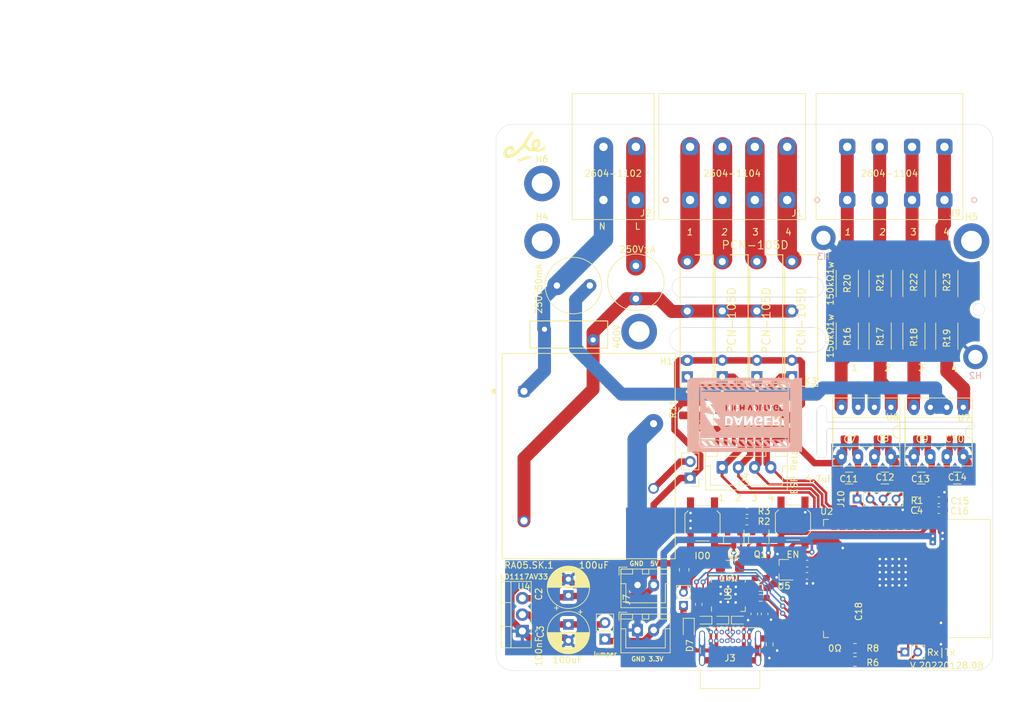
<source format=kicad_pcb>
(kicad_pcb (version 20211014) (generator pcbnew)
  (layers (0 "F.Cu" signal) (31 "B.Cu" signal) (34 "B.Paste" user) (35 "F.Paste" user) (36 "B.SilkS" user "B.Silkscreen") (37 "F.SilkS" user "F.Silkscreen") (38 "B.Mask" user) (39 "F.Mask" user) (44 "Edge.Cuts" user))
  (net 0 "")
  (net 1 "220VAC(L)")
  (net 2 "220VAC(N)")
  (net 3 "5V+")
  (net 4 "3.3V+")
  (net 5 "Sens4")
  (net 6 "Sens3")
  (net 7 "Sens2")
  (net 8 "Sens1")
  (net 9 "REO4")
  (net 10 "REO3")
  (net 11 "REO2")
  (net 12 "REO1")
  (net 13 "REI1")
  (net 14 "REI2")
  (net 15 "REI3")
  (net 16 "REI4")
  (net 17 "EspSens1")
  (net 18 "EspSens2")
  (net 19 "EspSens3")
  (net 20 "EspSens4")
  (net 21 "EspRel1")
  (net 22 "EspRel2")
  (net 23 "EspRel3")
  (net 24 "EspRel4")
  (net 25 "Net-(100uF_2-Pad1)")
  (net 26 "Net-(R16-Pad2)")
  (net 27 "L_IN")
  (net 28 "N_IN")
  (net 29 "Net-(J8-Pad2)")
  (net 30 "Net-(R16-Pad1)")
  (net 31 "Net-(R17-Pad2)")
  (net 32 "Net-(R17-Pad1)")
  (net 33 "Net-(R18-Pad2)")
  (net 34 "Net-(R18-Pad1)")
  (net 35 "Net-(R19-Pad2)")
  (net 36 "Net-(R19-Pad1)")
  (net 37 "EN")
  (net 38 "D+")
  (net 39 "D-")
  (net 40 "Net-(Q1-Pad2)")
  (net 41 "RTS")
  (net 42 "IO0")
  (net 43 "Net-(Q2-Pad2)")
  (net 44 "DTR")
  (net 45 "Net-(R8-Pad2)")
  (net 46 "RXD0")
  (net 47 "Net-(R24-Pad2)")
  (net 48 "TXD0")
  (net 49 "Net-(R4-Pad1)")
  (net 50 "Net-(R5-Pad2)")
  (net 51 "Net-(R6-Pad2)")
  (net 52 "VBUS")
  (net 53 "Net-(R7-Pad2)")
  (net 54 "TempIn")
  (net 55 "GND")
  (net 56 "Net-(H2-Pad1)")
  (net 105 "Net-(D2-Pad2)")
  (net 106 "Net-(D7-Pad1)")
  (net 107 "Net-(J12-Pad2)")
  (net 112 "Net-(J3-PadS1)")
  (footprint "Connector_PinHeader_2.54mm:PinHeader_1x02_P2.54mm_Vertical" (layer "F.Cu") (at 141.9733 146.8501 180)
    (fp_text reference "J5" hide)
    (fp_text value "Current Jumper" hide)
  )
  (footprint "Capacitor_SMD:C_1206_3216Metric_Pad1.42x1.75mm_HandSolder" (layer "F.Cu") (at 185.2035 121.9835)
    (property "Value" "4.7uF")
    (fp_text reference "C12")
    (fp_text value "4.7uF")
  )
  (footprint "Resistor_SMD:R_2512_6332Metric_Pad1.52x3.35mm_HandSolder" (layer "F.Cu") (at 179.3875 91.951 -90)
    (fp_text reference "R20")
    (fp_text value "150kΩ1w")
  )
  (footprint "Resistor_SMD:R_2512_6332Metric_Pad1.52x3.35mm_HandSolder" (layer "F.Cu") (at 184.4675 91.951 -90)
    (fp_text reference "R21")
    (fp_text value "150kΩ1w")
  )
  (footprint "Varistor:RV_Disc_D12mm_W4.2mm_P7.5mm" (layer "F.Cu") (at 132.6445 99.01417)
    (fp_text reference "RV1" hide)
    (fp_text value "400V")
  )
  (footprint "Resistor_SMD:R_2512_6332Metric_Pad1.52x3.35mm_HandSolder" (layer "F.Cu") (at 184.4675 100.061 -90)
    (fp_text reference "R17")
    (fp_text value "150kΩ1w")
  )
  (footprint "Resistor_SMD:R_2512_6332Metric_Pad1.52x3.35mm_HandSolder" (layer "F.Cu") (at 179.3875 100.061 -90)
    (fp_text reference "R16")
    (fp_text value "150kΩ1w")
  )
  (footprint "MountingHole:MountingHole_3.2mm_M3_ISO14580_Pad" (layer "F.Cu") (at 147.2565 99.3775)
    (fp_text reference "H1")
    (fp_text value "MountingHole_Pad")
  )
  (footprint "LED_SMD:LED_0805_2012Metric_Pad1.15x1.40mm_HandSolder" (layer "F.Cu") (at 156.6545 111.3065 90)
    (fp_text reference "D2" hide)
    (fp_text value "LED" hide)
  )
  (footprint "Resistor_SMD:R_0805_2012Metric_Pad1.20x1.40mm_HandSolder" (layer "F.Cu") (at 154.1145 111.3155 90)
    (fp_text reference "R11")
    (fp_text value "100Ω")
  )
  (footprint "Connector_JST:JST_XH_B2B-XH-A_1x02_P2.50mm_Vertical" (layer "F.Cu") (at 147.0025 138.4935)
    (fp_text reference "J7")
    (fp_text value "Conn_01x02")
  )
  (footprint "Connector_PinHeader_2.54mm:PinHeader_1x02_P2.54mm_Vertical" (layer "F.Cu") (at 155.1305 121.9835 180)
    (fp_text reference "J8" hide)
    (fp_text value "Current Jumper" hide)
  )
  (footprint "icons:che" (layer "F.Cu") (at 129.5965 70.8135)
    (fp_text reference "G***" hide)
    (fp_text value "LOGO" hide)
  )
  (footprint "icons:led_6000dpi" (layer "F.Cu") (at 156.7815 114.935 -90)
    (fp_text reference "G***" hide)
    (fp_text value "LOGO" hide)
  )
  (footprint "Capacitor_SMD:C_0603_1608Metric_Pad1.08x0.95mm_HandSolder" (layer "F.Cu") (at 131.7625 145.6145 -90)
    (fp_text reference "C3")
    (fp_text value "100nF")
  )
  (footprint "Capacitor_SMD:C_0603_1608Metric_Pad1.08x0.95mm_HandSolder" (layer "F.Cu") (at 131.7625 139.5185 90)
    (fp_text reference "C2")
    (fp_text value "100nF")
  )
  (footprint "Connector_JST:JST_XH_B4B-XH-A_1x04_P2.50mm_Vertical" (layer "F.Cu") (at 160.0765 120.3325)
    (fp_text reference "J4")
    (fp_text value "ESP Relays")
  )
  (footprint "Capacitor_SMD:C_0603_1608Metric_Pad1.08x0.95mm_HandSolder" (layer "F.Cu") (at 170.1165 113.8645 -90)
    (fp_text reference "C1")
    (fp_text value "100nF")
  )
  (footprint "rac05-05sk:277" (layer "F.Cu") (at 139.4765 118.5875)
    (fp_text reference "RA05.SK.1")
    (fp_text value "RAC05.05SK.277")
  )
  (footprint "Package_TO_SOT_THT:TO-220-3_Vertical" (layer "F.Cu") (at 129.2225 145.6055 90)
    (fp_text reference "U4")
    (fp_text value "LD1117AV33_TO220")
  )
  (footprint "Capacitor_THT:CP_Radial_D6.3mm_P2.50mm" (layer "F.Cu") (at 136.3345 144.5895 -90)
    (fp_text reference "100uF_2" hide)
    (fp_text value "100uF" hide)
  )
  (footprint "Capacitor_THT:CP_Radial_D6.3mm_P2.50mm" (layer "F.Cu") (at 136.3345 140.1045 90)
    (fp_text reference "100uF_1" hide)
    (fp_text value "100uF" hide)
  )
  (footprint "PCN:bigpads_TE_Connectivity-PCN-124D" (layer "F.Cu") (at 156.136 97.682499 90)
    (fp_text reference "K1")
    (fp_text value "PCN-105D")
  )
  (footprint "PCN:bigpads_TE_Connectivity-PCN-124D" (layer "F.Cu") (at 161.5335 97.663 90)
    (fp_text reference "K2")
    (fp_text value "PCN-105D")
  )
  (footprint "PCN:bigpads_TE_Connectivity-PCN-124D" (layer "F.Cu") (at 172.2755 97.663 90)
    (fp_text reference "K3")
    (fp_text value "PCN-105D")
  )
  (footprint "wago-2604-1104:big_pads_2604-1104" (layer "F.Cu") (at 170.1165 79.0575 180)
    (fp_text reference "J1")
    (fp_text value "2604-1104")
  )
  (footprint "wago-2604-1102:big_pads_2604-1102" (layer "F.Cu") (at 146.7485 79.0575 180)
    (fp_text reference "J2")
    (fp_text value "2604-1102")
  )
  (footprint "wago-2604-1104:big_pads_2604-1104" (layer "F.Cu") (at 194.3875 79.0575 180)
    (fp_text reference "J9")
    (fp_text value "2604-1104")
  )
  (footprint "Fuse:Fuse_Littelfuse_372_D8.50mm" (layer "F.Cu") (at 146.7485 89.2175 -90)
    (fp_text reference "F1")
    (fp_text value "250V1A")
  )
  (footprint "MountingHole:MountingHole_3.2mm_M3_ISO14580_Pad" (layer "F.Cu") (at 198.5645 85.4075)
    (fp_text reference "H5")
    (fp_text value "MountingHole_Pad")
  )
  (footprint "MountingHole:MountingHole_3.2mm_M3_ISO14580_Pad" (layer "F.Cu") (at 132.2705 85.4075)
    (fp_text reference "H4")
    (fp_text value "MountingHole_Pad")
  )
  (footprint "Fuse:Fuse_Littelfuse_372_D8.50mm" (layer "F.Cu") (at 134.5565 92.2655)
    (fp_text reference "F2" hide)
    (fp_text value "250v50mA")
  )
  (footprint "PCN:bigpads_TE_Connectivity-PCN-124D" (layer "F.Cu") (at 166.878 97.663 90)
    (fp_text reference "K4")
    (fp_text value "PCN-105D")
  )
  (footprint "MountingHole:MountingHole_3.2mm_M3_ISO14580_Pad" (layer "F.Cu") (at 132.2565 76.5035)
    (fp_text reference "H6")
    (fp_text value "MountingHole_Pad")
  )
  (footprint "Package_SO:SOIC-16_3.9x9.9mm_P1.27mm" (layer "F.Cu") (at 163.7665 113.6015 90)
    (fp_text reference "U1" hide)
    (fp_text value "ULN2003A")
  )
  (footprint "Capacitor_SMD:C_0603_1608Metric_Pad1.08x0.95mm_HandSolder" (layer "F.Cu") (at 184.8575 115.8875)
    (fp_text reference "C8")
    (fp_text value "100nF")
  )
  (footprint "Capacitor_SMD:C_0603_1608Metric_Pad1.08x0.95mm_HandSolder" (layer "F.Cu") (at 190.9535 115.8875 180)
    (fp_text reference "C9")
    (fp_text value "100nF")
  )
  (footprint "Capacitor_SMD:C_1206_3216Metric_Pad1.42x1.75mm_HandSolder" (layer "F.Cu") (at 190.7915 121.9835 180)
    (fp_text reference "C13")
    (fp_text value "4.7uF")
  )
  (footprint "Capacitor_SMD:C_1206_3216Metric_Pad1.42x1.75mm_HandSolder" (layer "F.Cu") (at 196.3795 121.9835)
    (fp_text reference "C14")
    (fp_text value "4.7uF")
  )
  (footprint "Resistor_SMD:R_2512_6332Metric_Pad1.52x3.35mm_HandSolder" (layer "F.Cu") (at 194.7545 100.079 -90)
    (fp_text reference "R19")
    (fp_text value "150kΩ1w")
  )
  (footprint "Resistor_SMD:R_2512_6332Metric_Pad1.52x3.35mm_HandSolder" (layer "F.Cu") (at 189.6745 91.951 -90)
    (fp_text reference "R22")
    (fp_text value "150kΩ1w")
  )
  (footprint "Resistor_SMD:R_2512_6332Metric_Pad1.52x3.35mm_HandSolder" (layer "F.Cu") (at 194.7545 91.951 -90)
    (fp_text reference "R23")
    (fp_text value "150kΩ1w")
  )
  (footprint "Package_DIP:DIP-8_W7.62mm_Socket_LongPads" (layer "F.Cu") (at 186.1185 111.0615 -90)
    (fp_text reference "U6")
    (fp_text value "LDA210-PDIP")
  )
  (footprint "Package_DIP:DIP-8_W7.62mm_Socket_LongPads" (layer "F.Cu") (at 197.2945 111.0615 -90)
    (fp_text reference "U7")
    (fp_text value "LDA210-PDIP")
  )
  (footprint "Resistor_SMD:R_2512_6332Metric_Pad1.52x3.35mm_HandSolder" (layer "F.Cu") (at 189.6745 100.0633 -90)
    (fp_text reference "R18")
    (fp_text value "150kΩ1w")
  )
  (footprint "Capacitor_SMD:C_0603_1608Metric_Pad1.08x0.95mm_HandSolder" (layer "F.Cu") (at 179.7595 115.8875 180)
    (fp_text reference "C7")
    (fp_text value "100nF")
  )
  (footprint "Capacitor_SMD:C_0603_1608Metric_Pad1.08x0.95mm_HandSolder" (layer "F.Cu") (at 196.0335 115.8875)
    (fp_text reference "C10")
    (fp_text value "100nF")
  )
  (footprint "Resistor_SMD:R_0603_1608Metric_Pad1.05x0.95mm_HandSolder" (layer "F.Cu") (at 190.1685 125.4125)
    (fp_text reference "R1")
    (fp_text value "10kΩ")
  )
  (footprint "Capacitor_SMD:C_0603_1608Metric_Pad1.08x0.95mm_HandSolder" (layer "F.Cu") (at 193.5215 125.4125)
    (fp_text reference "C15")
    (fp_text value "22uF")
  )
  (footprint "Capacitor_SMD:C_0603_1608Metric_Pad1.08x0.95mm_HandSolder" (layer "F.Cu") (at 190.156 126.9365 180)
    (fp_text reference "C4")
    (fp_text value "100nF")
  )
  (footprint "Package_TO_SOT_SMD:SOT-23" (layer "F.Cu") (at 165.7375 131.3655 -90)
    (fp_text reference "Q1")
    (fp_text value "SS8050" hide)
  )
  (footprint "Resistor_SMD:R_0603_1608Metric_Pad1.05x0.95mm_HandSolder" (layer "F.Cu") (at 163.9049 127.0889)
    (fp_text reference "R3")
    (fp_text value "10kΩ")
  )
  (footprint "Resistor_SMD:R_0603_1608Metric_Pad1.05x0.95mm_HandSolder" (layer "F.Cu") (at 163.8821 128.7005 180)
    (fp_text reference "R2")
    (fp_text value "10kΩ")
  )
  (footprint "Diode_SMD:D_SOD-523" (layer "F.Cu") (at 157.333 143.9189 180)
    (fp_text reference "D4" hide)
    (fp_text value "D_TVS" hide)
  )
  (footprint "Connector_JST:JST_XH_B2B-XH-A_1x02_P2.50mm_Vertical" (layer "F.Cu") (at 146.9917 145.4531)
    (fp_text reference "J6" hide)
    (fp_text value "GND 3.3V")
  )
  (footprint "Button_Switch_SMD:SW_SPST_SKQG_WithStem" (layer "F.Cu") (at 171.0055 128.8415 90)
    (fp_text reference "SW1")
    (fp_text value "EN")
  )
  (footprint "Button_Switch_SMD:SW_SPST_SKQG_WithStem" (layer "F.Cu") (at 157.0355 128.9685 -90)
    (fp_text reference "SW2")
    (fp_text value "IO0")
  )
  (footprint "Capacitor_SMD:C_0603_1608Metric_Pad1.08x0.95mm_HandSolder" (layer "F.Cu") (at 165.0249 142.9588 -90)
    (fp_text reference "C5" hide)
    (fp_text value "4.7uF" hide)
  )
  (footprint "Resistor_SMD:R_0603_1608Metric_Pad1.05x0.95mm_HandSolder" (layer "F.Cu") (at 166.028 137.4289)
    (fp_text reference "R4" hide)
    (fp_text value "1kΩ" hide)
  )
  (footprint "Resistor_SMD:R_0603_1608Metric_Pad0.98x0.95mm_HandSolder" (layer "F.Cu") (at 166.028 140.4769 180)
    (fp_text reference "R7" hide)
    (fp_text value "22.1kΩ" hide)
  )
  (footprint "Resistor_SMD:R_0603_1608Metric_Pad0.98x0.95mm_HandSolder" (layer "F.Cu") (at 166.028 138.9529)
    (fp_text reference "R9" hide)
    (fp_text value "47.5kΩ" hide)
  )
  (footprint "Capacitor_SMD:C_0603_1608Metric_Pad1.08x0.95mm_HandSolder" (layer "F.Cu") (at 166.6249 142.9653 -90)
    (fp_text reference "C18")
    (fp_text value "100nF")
  )
  (footprint "Resistor_SMD:R_0603_1608Metric_Pad1.05x0.95mm_HandSolder" (layer "F.Cu") (at 156.4565 141.4835 -90)
    (fp_text reference "R24" hide)
    (fp_text value "1kΩ" hide)
  )
  (footprint "Diode_SMD:D_SOD-323" (layer "F.Cu") (at 154.9165 145.1319 -90)
    (fp_text reference "D7")
    (fp_text value "BAT60A-7")
  )
  (footprint "Diode_SMD:D_SOD-523" (layer "F.Cu") (at 159.933 143.9189 180)
    (fp_text reference "D6")
    (fp_text value "D_TVS")
  )
  (footprint "Diode_SMD:D_SOD-523" (layer "F.Cu") (at 162.643 143.9189)
    (fp_text reference "D5" hide)
    (fp_text value "D_TVS" hide)
  )
  (footprint "RF_Module:ESP32-WROOM-32" (layer "F.Cu") (at 185.6105 137.4865 -90)
    (fp_text reference "U2")
    (fp_text value "ESP32-WROOM-32E")
  )
  (footprint "Package_TO_SOT_SMD:SOT-23" (layer "F.Cu") (at 161.8615 131.3975 -90)
    (fp_text reference "Q2")
    (fp_text value "SS8050" hide)
  )
  (footprint "Connector_PinSocket_2.00mm:PinSocket_1x04_P2.00mm_Vertical" (layer "F.Cu") (at 180.9115 125.222 90)
    (fp_text reference "J10")
    (fp_text value "EspSense")
  )
  (footprint "Connector_PinHeader_2.00mm:PinHeader_1x02_P2.00mm_Vertical" (layer "F.Cu") (at 188.2775 148.844 90)
    (fp_text reference "J11")
    (fp_text value "Conn_01x02_Male")
  )
  (footprint "Package_TO_SOT_SMD:SOT-23" (layer "F.Cu") (at 169.6245 136.1415 180)
    (fp_text reference "U5")
    (fp_text value "MCP9700T-ETT")
  )
  (footprint "Resistor_SMD:R_1206_3216Metric_Pad1.42x1.75mm_HandSolder" (layer "F.Cu") (at 161.279 135.5935 180)
    (fp_text reference "R5" hide)
    (fp_text value "1kΩ")
  )
  (footprint "Resistor_SMD:R_0805_2012Metric_Pad1.20x1.40mm_HandSolder" (layer "F.Cu") (at 180.578 150.3045 180)
    (fp_text reference "R6")
    (fp_text value "0Ω")
  )
  (footprint "Resistor_SMD:R_0805_2012Metric_Pad1.20x1.40mm_HandSolder" (layer "F.Cu") (at 180.578 148.2725 180)
    (fp_text reference "R8")
    (fp_text value "0Ω")
  )
  (footprint "Package_DFN_QFN:QFN-28-1EP_5x5mm_P0.5mm_EP3.35x3.35mm" (layer "F.Cu") (at 161.033 139.9589 90)
    (fp_text reference "U8")
    (fp_text value "CP2102N-A01-GQFN28" hide)
  )
  (footprint "Capacitor_SMD:C_0603_1608Metric_Pad1.08x0.95mm_HandSolder" (layer "F.Cu") (at 193.511 126.9365)
    (fp_text reference "C16")
    (fp_text value "100nF")
  )
  (footprint "Capacitor_SMD:C_1206_3216Metric_Pad1.42x1.75mm_HandSolder" (layer "F.Cu") (at 179.6675 121.9835 180)
    (fp_text reference "C11")
    (fp_text value "4.7uF")
  )
  (footprint "Connector_PinHeader_2.00mm:PinHeader_1x02_P2.00mm_Vertical" (layer "F.Cu") (at 154.1065 141.6335 180)
    (fp_text reference "J12")
    (fp_text value "NoCon")
  )
  (footprint "Capacitor_SMD:C_0603_1608Metric_Pad1.08x0.95mm_HandSolder" (layer "F.Cu") (at 173.1645 137.0935)
    (fp_text reference "C6" hide)
    (fp_text value "100nF" hide)
  )
  (footprint "Capacitor_SMD:C_0603_1608Metric_Pad1.08x0.95mm_HandSolder" (layer "F.Cu") (at 173.191 135.1915)
    (fp_text reference "C17" hide)
    (fp_text value "100nF" hide)
  )
  (footprint "Connector_USB:USB_C_Receptacle_GCT_USB4085" (layer "F.Cu") (at 158.3165 145.7635)
    (fp_text reference "J3")
    (fp_text value "USB_C_Receptacle_USB2.0")
  )
  (footprint "Resistor_SMD:R_0805_2012Metric_Pad1.20x1.40mm_HandSolder" (layer "F.Cu") (at 154.2065 136.1535 -90)
    (fp_text reference "R10" hide)
    (fp_text value "50Ω" hide)
  )
  (footprint "Resistor_SMD:R_0603_1608Metric_Pad0.98x0.95mm_HandSolder" (layer "F.Cu") (at 167.3965 147.6619 90)
    (fp_text reference "R12" hide)
    (fp_text value "22.1kΩ" hide)
  )
  (footprint "icons:danger1_negative" (layer "B.Cu") (at 163.5125 112.2299)
    (fp_text reference "G***" hide)
    (fp_text value "LOGO" hide)
  )
  (footprint "MountingHole:MountingHole_2.2mm_M2_DIN965_Pad_TopOnly" (layer "B.Cu") (at 199.1741 103.2891)
    (fp_text reference "H2")
    (fp_text value "MountingHole_Pad")
  )
  (footprint "MountingHole:MountingHole_2.2mm_M2_DIN965_Pad_TopOnly" (layer "B.Cu") (at 175.7045 84.8995)
    (fp_text reference "H3")
    (fp_text value "MountingHole_Pad")
  )
  (gr_arc (start 201.8665 149.1615) (mid 201.122551 150.957551) (end 199.3265 151.7015) (layer "Edge.Cuts") (width 0.05))
  (gr_line (start 201.8665 149.1615) (end 201.8665 69.9135) (layer "Edge.Cuts") (width 0.05))
  (gr_line (start 161.8365 151.7035) (end 127.6985 151.7015) (layer "Edge.Cuts") (width 0.05))
  (gr_circle (center 199.698475 95.9485) (end 200.333475 95.3135) (layer "Edge.Cuts") (width 0.05) (fill none))
  (gr_line (start 174.1805 102.5525) (end 153.714905 102.546928) (layer "Edge.Cuts") (width 0.1))
  (gr_line (start 199.3265 67.3735) (end 127.6985 67.3735) (layer "Edge.Cuts") (width 0.05))
  (gr_line (start 153.8605 98.7425) (end 174.1805 98.7425) (layer "Edge.Cuts") (width 0.1))
  (gr_arc (start 153.714905 102.546928) (mid 151.956894 100.574649) (end 153.8605 98.7425) (layer "Edge.Cuts") (width 0.05))
  (gr_line (start 125.1585 149.1615) (end 125.1585 69.9135) (layer "Edge.Cuts") (width 0.05))
  (gr_arc (start 174.1805 98.7425) (mid 176.0855 100.6475) (end 174.1805 102.5525) (layer "Edge.Cuts") (width 0.05))
  (gr_arc (start 127.6985 151.7015) (mid 125.902449 150.957551) (end 125.1585 149.1615) (layer "Edge.Cuts") (width 0.05))
  (gr_line (start 153.8605 90.9955) (end 174.1805 90.9955) (layer "Edge.Cuts") (width 0.1))
  (gr_line (start 174.1805 94.0435) (end 153.8605 94.0435) (layer "Edge.Cuts") (width 0.1))
  (gr_arc (start 174.6885 111.5695) (mid 175.4505 110.8075) (end 176.2125 111.5695) (layer "Edge.Cuts") (width 0.05))
  (gr_line (start 176.2125 113.0935) (end 176.2125 111.5695) (layer "Edge.Cuts") (width 0.05))
  (gr_line (start 199.3265 151.7015) (end 161.8365 151.7035) (layer "Edge.Cuts") (width 0.05))
  (gr_arc (start 199.3265 67.3735) (mid 201.122551 68.117449) (end 201.8665 69.9135) (layer "Edge.Cuts") (width 0.05))
  (gr_line (start 174.6885 118.1735) (end 174.6885 111.5695) (layer "Edge.Cuts") (width 0.1))
  (gr_line (start 176.4665 113.3475) (end 198.5645 113.3475) (layer "Edge.Cuts") (width 0.1))
  (gr_line (start 198.5645 114.3635) (end 176.4665 114.3635) (layer "Edge.Cuts") (width 0.1))
  (gr_arc (start 176.4665 113.3475) (mid 176.286895 113.273105) (end 176.2125 113.0935) (layer "Edge.Cuts") (width 0.05))
  (gr_arc (start 174.1805 90.9955) (mid 175.7045 92.5195) (end 174.1805 94.0435) (layer "Edge.Cuts") (width 0.05))
  (gr_arc (start 153.8605 94.0435) (mid 152.3365 92.5195) (end 153.8605 90.9955) (layer "Edge.Cuts") (width 0.05))
  (gr_arc (start 125.1585 69.9135) (mid 125.902449 68.117449) (end 127.6985 67.3735) (layer "Edge.Cuts") (width 0.05))
  (gr_arc (start 176.2125 118.1735) (mid 175.4505 118.9355) (end 174.6885 118.1735) (layer "Edge.Cuts") (width 0.05))
  (gr_arc (start 198.5645 113.3475) (mid 199.0725 113.8555) (end 198.5645 114.3635) (layer "Edge.Cuts") (width 0.05))
  (gr_line (start 176.2125 114.6175) (end 176.2125 118.1735) (layer "Edge.Cuts") (width 0.1))
  (gr_arc (start 176.2125 114.6175) (mid 176.286895 114.437895) (end 176.4665 114.3635) (layer "Edge.Cuts") (width 0.05))
  (gr_text "4" (at 195.8975 105.0925) (layer "F.SilkS") (effects (font (size 1 1))))
  (gr_text "2" (at 185.6105 104.9655) (layer "F.SilkS") (effects (font (size 1 1) (thickness 0.15) italic)))
  (gr_text "3" (at 189.6035 84.0105) (layer "F.SilkS") (effects (font (size 1 1))))
  (gr_text "4" (at 194.6835 84.0105) (layer "F.SilkS") (effects (font (size 1 1))))
  (gr_text "1" (at 179.4435 84.0105) (layer "F.SilkS") (effects (font (size 1 1) (thickness 0.15) italic)))
  (gr_text "V.20220128.08" (at 194.7545 150.9395) (layer "F.SilkS") (effects (font (size 1 1))))
  (gr_text "2" (at 184.7775 84.0105) (layer "F.SilkS") (effects (font (size 1 1) (thickness 0.15) italic)))
  (gr_text "LD1117AV33" (at 129.4765 137.2235) (layer "F.SilkS") (effects (font (size 0.8 0.8))))
  (gr_text "N" (at 142.1765 83.1215) (layer "F.SilkS") (effects (font (size 1 1)) (justify right)))
  (gr_text "L" (at 146.4945 83.1215) (layer "F.SilkS") (effects (font (size 1 1)) (justify left)))
  (gr_text "GND  5V" (at 148.0185 135.1915) (layer "F.SilkS") (effects (font (size 0.7 0.7))))
  (gr_text "4" (at 167.5765 125.0315) (layer "F.SilkS") (effects (font (size 1 1))))
  (gr_text "ESP Relay" (at 171.196 120.65 90) (layer "F.SilkS") (effects (font (size 1 1))))
  (gr_text "3" (at 190.8175 104.9655) (layer "F.SilkS") (effects (font (size 1 1))))
  (gr_text "1" (at 180.5305 104.9655) (layer "F.SilkS") (effects (font (size 1 1))))
  (gr_text "3" (at 165.2195 84.0105) (layer "F.SilkS") (effects (font (size 1 1))))
  (gr_text "4" (at 170.2995 84.0105) (layer "F.SilkS") (effects (font (size 1 1))))
  (gr_text "2" (at 160.3935 84.0105) (layer "F.SilkS") (effects (font (size 1 1) (thickness 0.15) italic)))
  (gr_text "1" (at 155.0595 84.0105) (layer "F.SilkS") (effects (font (size 1 1) (thickness 0.15) italic)))
  (gr_text "2" (at 162.4965 125.0315) (layer "F.SilkS") (effects (font (size 1 1) (thickness 0.15) italic)))
  (gr_text "3" (at 165.0365 125.0315) (layer "F.SilkS") (effects (font (size 1 1))))
  (gr_text "1" (at 159.9565 125.0315) (layer "F.SilkS") (effects (font (size 1 1))))
  (segment (start 145.334287 94.2975) (end 140.1445 99.487287) (width 2) (layer "F.Cu") (net 1))
  (segment (start 154.686 96.2025) (end 170.806001 96.2025) (width 2) (layer "F.Cu") (net 1))
  (segment (start 140.1445 108.2675) (end 129.4765 118.9355) (width 2) (layer "F.Cu") (net 1))
  (segment (start 146.7485 94.2975) (end 150.318157 94.2975) (width 2) (layer "F.Cu") (net 1))
  (segment (start 140.1445 100.6475) (end 140.1445 108.2675) (width 2) (layer "F.Cu") (net 1))
  (segment (start 150.318157 94.2975) (end 152.28986 96.269203) (width 2) (layer "F.Cu") (net 1))
  (segment (start 152.28986 96.269203) (end 154.685982 96.269203) (width 2) (layer "F.Cu") (net 1))
  (segment (start 146.7485 94.2975) (end 145.334287 94.2975) (width 2) (layer "F.Cu") (net 1))
  (segment (start 170.806001 96.2025) (end 170.8255 96.183001) (width 2) (layer "F.Cu") (net 1))
  (segment (start 129.4765 128.5875) (end 129.4765 118.9355) (width 2) (layer "F.Cu") (net 1))
  (segment (start 140.1445 99.487287) (end 140.1445 100.6475) (width 2) (layer "F.Cu") (net 1))
  (segment (start 192.27451 111.00149) (end 192.27451 111.0615) (width 2) (layer "B.Cu") (net 2))
  (segment (start 139.6365 92.2655) (end 137.444499 94.457501) (width 2) (layer "B.Cu") (net 2))
  (segment (start 181.09851 109.584541) (end 181.09851 111.0615) (width 2) (layer "B.Cu") (net 2))
  (segment (start 183.518499 108.421499) (end 183.518499 111.0615) (width 2) (layer "B.Cu") (net 2))
  (segment (start 183.53051 108.06149) (end 183.53051 108.409488) (width 2) (layer "B.Cu") (net 2))
  (segment (start 183.53051 108.06149) (end 193.02449 108.06149) (width 2) (layer "B.Cu") (net 2))
  (segment (start 175.588235 108.06149) (end 181.08649 108.06149) (width 2) (layer "B.Cu") (net 2))
  (segment (start 193.02449 108.06149) (end 193.02449 110.85549) (width 2) (layer "B.Cu") (net 2))
  (segment (start 181.08649 109.572521) (end 181.09851 109.584541) (width 2) (layer "B.Cu") (net 2))
  (segment (start 144.530498 109.0295) (end 174.620225 109.0295) (width 2) (layer "B.Cu") (net 2))
  (segment (start 193.02449 110.85549) (end 193.2305 111.0615) (width 2) (layer "B.Cu") (net 2))
  (segment (start 137.444499 101.943501) (end 144.530498 109.0295) (width 2) (layer "B.Cu") (net 2))
  (segment (start 193.2305 111.0615) (end 194.694499 111.0615) (width 2) (layer "B.Cu") (net 2))
  (segment (start 193.02449 109.33149) (end 194.694499 111.001499) (width 2) (layer "B.Cu") (net 2))
  (segment (start 181.08649 108.06149) (end 181.08649 109.572521) (width 2) (layer "B.Cu") (net 2))
  (segment (start 181.08649 108.06149) (end 183.53051 108.06149) (width 2) (layer "B.Cu") (net 2))
  (segment (start 193.02449 110.25151) (end 192.27451 111.00149) (width 2) (layer "B.Cu") (net 2))
  (segment (start 183.53051 108.409488) (end 183.518499 108.421499) (width 2) (layer "B.Cu") (net 2))
  (segment (start 174.620225 109.0295) (end 175.588235 108.06149) (width 2) (layer "B.Cu") (net 2))
  (segment (start 194.694499 111.001499) (end 194.694499 111.0615) (width 2) (layer "B.Cu") (net 2))
  (segment (start 137.444499 94.457501) (end 137.444499 101.943501) (width 2) (layer "B.Cu") (net 2))
  (segment (start 154.686 103.8225) (end 170.700569 103.8225) (width 1) (layer "F.Cu") (net 3))
  (segment (start 153.6065 121.9835) (end 149.5025 126.0875) (width 1) (layer "F.Cu") (net 3))
  (segment (start 156.680011 120.433989) (end 155.1305 121.9835) (width 1) (layer "F.Cu") (net 3))
  (segment (start 172.375501 104.150921) (end 172.375501 110.580499) (width 1) (layer "F.Cu") (net 3))
  (segment (start 172.027581 103.803001) (end 172.375501 104.150921) (width 1) (layer "F.Cu") (net 3))
  (segment (start 154.1145 110.3155) (end 153.971676 110.3155) (width 1) (layer "F.Cu") (net 3))
  (segment (start 170.8255 103.803001) (end 172.027581 103.803001) (width 1) (layer "F.Cu") (net 3))
  (segment (start 131.7625 140.5435) (end 129.2405 140.5435) (width 1) (layer "F.Cu") (net 3))
  (segment (start 153.483919 103.8225) (end 153.135999 104.17042) (width 1) (layer "F.Cu") (net 3))
  (segment (start 131.7625 140.381) (end 136.058 140.381) (width 1) (layer "F.Cu") (net 3))
  (segment (start 149.5785 135.1535) (end 149.5025 135.0775) (width 1) (layer "F.Cu") (net 3))
  (segment (start 149.5025 135.0775) (end 149.5025 138.4935) (width 1) (layer "F.Cu") (net 3))
  (segment (start 156.680011 118.477011) (end 156.680011 120.433989) (width 1) (layer "F.Cu") (net 3))
  (segment (start 149.5025 126.0875) (end 149.5025 135.0775) (width 1) (layer "F.Cu") (net 3))
  (segment (start 149.5025 138.68702) (end 147.99601 140.19351) (width 1) (layer "F.Cu") (net 3))
  (segment (start 154.686 103.8225) (end 153.483919 103.8225) (width 1) (layer "F.Cu") (net 3))
  (segment (start 168.4035 111.1265) (end 170.1165 112.8395) (width 1) (layer "F.Cu") (net 3))
  (segment (start 152.71498 111.572196) (end 152.71498 114.51198) (width 1) (layer "F.Cu") (net 3))
  (segment (start 153.135999 104.17042) (end 153.135999 109.311999) (width 1) (layer "F.Cu") (net 3))
  (segment (start 172.375501 110.580499) (end 170.1165 112.8395) (width 1) (layer "F.Cu") (net 3))
  (segment (start 152.71498 114.51198) (end 156.680011 118.477011) (width 1) (layer "F.Cu") (net 3))
  (segment (start 154.2065 135.1535) (end 149.5785 135.1535) (width 1) (layer "F.Cu") (net 3))
  (segment (start 168.2115 111.1265) (end 168.4035 111.1265) (width 1) (layer "F.Cu") (net 3))
  (segment (start 153.971676 110.3155) (end 152.71498 111.572196) (width 1) (layer "F.Cu") (net 3))
  (segment (start 153.135999 109.311999) (end 154.1145 110.2905) (width 1) (layer "F.Cu") (net 3))
  (segment (start 155.1305 121.9835) (end 153.6065 121.9835) (width 1) (layer "F.Cu") (net 3))
  (segment (start 147.99601 140.19351) (end 136.42351 140.19351) (width 1) (layer "F.Cu") (net 3))
  (segment (start 169.774499 134.471499) (end 170.832498 133.4135) (width 0.4) (layer "F.Cu") (net 4))
  (segment (start 166.6249 142.1028) (end 166.05348 141.53138) (width 0.25) (layer "F.Cu") (net 4))
  (segment (start 167.2065 133.5335) (end 167.2065 137.1254) (width 0.6) (layer "F.Cu") (net 4))
  (segment (start 169.774499 136.241499) (end 169.774499 134.471499) (width 0.4) (layer "F.Cu") (net 4))
  (segment (start 192.659 125.4125) (end 192.659 128.923) (width 1) (layer "F.Cu") (net 4))
  (segment (start 165.97752 138.35438) (end 166.903 137.4289) (width 0.35) (layer "F.Cu") (net 4))
  (segment (start 166.05348 138.27842) (end 166.903 137.4289) (width 0.25) (layer "F.Cu") (net 4))
  (segment (start 166.05348 141.53138) (end 166.05348 138.27842) (width 0.25) (layer "F.Cu") (net 4))
  (segment (start 165.7972 142.1028) (end 165.97752 141.92248) (width 0.35) (layer "F.Cu") (net 4))
  (segment (start 142.27631 147.15311) (end 147.98521 147.15311) (width 1) (layer "F.Cu") (net 4))
  (segment (start 164.7123 142.4089) (end 162.35752 142.4089) (width 1) (layer "F.Cu") (net 4))
  (segment (start 147.98521 147.15311) (end 149.4917 145.64662) (width 1) (layer "F.Cu") (net 4))
  (segment (start 192.5955 130.937) (end 192.5955 131.8725) (width 1) (layer "F.Cu") (net 4))
  (segment (start 192.5955 128.9865) (end 192.5955 130.937) (width 1) (layer "F.Cu") (net 4))
  (segment (start 170.832498 133.4135) (end 173.9265 133.4135) (width 0.4) (layer "F.Cu") (net 4))
  (segment (start 166.6249 142.1028) (end 165.7972 142.1028) (width 1) (layer "F.Cu") (net 4))
  (segment (start 192.659 128.923) (end 192.5955 128.9865) (width 1) (layer "F.Cu") (net 4))
  (segment (start 165.97752 141.92248) (end 165.97752 138.35438) (width 0.35) (layer "F.Cu") (net 4))
  (segment (start 170.6245 137.0915) (end 169.774499 136.241499) (width 0.4) (layer "F.Cu") (net 4))
  (segment (start 165.7972 142.1028) (end 165.0314 142.1028) (width 1) (layer "F.Cu") (net 4))
  (segment (start 192.5955 131.8725) (end 192.5965 131.8735) (width 1) (layer "F.Cu") (net 4))
  (segment (start 167.2065 137.1254) (end 166.903 137.4289) (width 0.6) (layer "F.Cu") (net 4))
  (segment (start 165.0249 142.0963) (end 164.7123 142.4089) (width 1) (layer "F.Cu") (net 4))
  (segment (start 165.0314 142.1028) (end 165.0249 142.0963) (width 1) (layer "F.Cu") (net 4))
  (segment (start 172.302 137.0965) (end 170.6295 137.0965) (width 0.4) (layer "F.Cu") (net 4))
  (segment (start 191.0435 125.4125) (end 192.659 125.4125) (width 1) (layer "F.Cu") (net 4))
  (via (at 192.5955 130.937) (size 0.8) (drill 0.4) (layers "F.Cu" "B.Cu") (net 4))
  (via (at 167.2065 133.5335) (size 0.8) (drill 0.4) (layers "F.Cu" "B.Cu") (net 4))
  (via (at 173.9265 133.4135) (size 0.8) (drill 0.4) (layers "F.Cu" "B.Cu") (net 4))
  (via (at 192.5965 131.8735) (size 0.8) (drill 0.4) (layers "F.Cu" "B.Cu") (net 4))
  (segment (start 167.190999 131.529001) (end 167.190999 133.517999) (width 0.6) (layer "B.Cu") (net 4))
  (segment (start 151.05202 143.89278) (end 151.05202 133.558982) (width 1) (layer "B.Cu") (net 4))
  (segment (start 167.190999 131.529001) (end 153.082001 131.529001) (width 1) (layer "B.Cu") (net 4))
  (segment (start 151.05202 133.558982) (end 153.082001 131.529001) (width 1) (layer "B.Cu") (net 4))
  (segment (start 173.9265 133.4135) (end 173.9265 132.072) (width 0.4) (layer "B.Cu") (net 4))
  (segment (start 173.9265 132.072) (end 173.383501 131.529001) (width 0.4) (layer "B.Cu") (net 4))
  (segment (start 173.383501 131.529001) (end 173.975502 130.937) (width 1) (layer "B.Cu") (net 4))
  (segment (start 167.190999 133.517999) (end 167.2065 133.5335) (width 0.6) (layer "B.Cu") (net 4))
  (segment (start 173.975502 130.937) (end 192.5955 130.937) (width 1) (layer "B.Cu") (net 4))
  (segment (start 173.383501 131.529001) (end 167.190999 131.529001) (width 1) (layer "B.Cu") (net 4))
  (segment (start 149.4917 145.4531) (end 151.05202 143.89278) (width 1) (layer "B.Cu") (net 4))
  (segment (start 194.6275 87.766134) (end 194.6275 88.9635) (width 2) (layer "F.Cu") (net 5))
  (segment (start 194.3875 70.857501) (end 194.3875 82.850498) (width 2) (layer "F.Cu") (net 5))
  (segment (start 193.9925 83.245498) (end 193.9925 87.131134) (width 2) (layer "F.Cu") (net 5))
  (segment (start 194.3875 82.850498) (end 193.9925 83.245498) (width 2) (layer "F.Cu") (net 5))
  (segment (start 193.9925 87.131134) (end 194.6275 87.766134) (width 2) (layer "F.Cu") (net 5))
  (segment (start 189.3875 88.8035) (end 189.5475 88.9635) (width 2) (layer "F.Cu") (net 6))
  (segment (start 189.3875 70.857501) (end 189.3875 88.8035) (width 2) (layer "F.Cu") (net 6))
  (segment (start 184.3875 88.8835) (end 184.4675 88.9635) (width 2) (layer "F.Cu") (net 7))
  (segment (start 184.3875 70.857501) (end 184.3875 88.8835) (width 2) (layer "F.Cu") (net 7))
  (segment (start 179.3875 70.857501) (end 179.3875 88.9635) (width 2) (layer "F.Cu") (net 8))
  (segment (start 170.1165 70.857501) (end 170.1165 87.55549) (width 3) (layer "F.Cu") (net 9))
  (segment (start 170.1165 87.55549) (end 170.8255 88.26449) (width 3) (layer "F.Cu") (net 9))
  (segment (start 165.1165 70.857501) (end 165.1165 87.95299) (width 3) (layer "F.Cu") (net 10))
  (segment (start 165.1165 87.95299) (end 165.428 88.26449) (width 3) (layer "F.Cu") (net 10))
  (segment (start 160.1165 88.23149) (end 160.0835 88.26449) (width 3) (layer "F.Cu") (net 11))
  (segment (start 160.1165 70.857501) (end 160.1165 88.23149) (width 3) (layer "F.Cu") (net 11))
  (segment (start 155.1165 70.857501) (end 155.1165 87.83399) (width 3) (layer "F.Cu") (net 12))
  (segment (start 155.1165 87.83399) (end 154.686 88.26449) (width 3) (layer "F.Cu") (net 12))
  (segment (start 156.216502 107.893002) (end 161.600998 107.893002) (width 1) (layer "F.Cu") (net 13))
  (segment (start 163.1315 109.423504) (end 163.1315 111.1265) (width 1) (layer "F.Cu") (net 13))
  (segment (start 154.686 106.3625) (end 156.216502 107.893002) (width 1) (layer "F.Cu") (net 13))
  (segment (start 161.600998 107.893002) (end 163.1315 109.423504) (width 1) (layer "F.Cu") (net 13))
  (segment (start 161.7835 106.343001) (end 164.4015 108.961001) (width 1) (layer "F.Cu") (net 14))
  (segment (start 160.0835 106.343001) (end 161.7835 106.343001) (width 1) (layer "F.Cu") (net 14))
  (segment (start 164.4015 108.961001) (end 164.4015 111.1265) (width 1) (layer "F.Cu") (net 14))
  (segment (start 165.6715 111.1265) (end 165.6715 106.586501) (width 1) (layer "F.Cu") (net 15))
  (segment (start 170.8255 106.343001) (end 169.1255 106.343001) (width 1) (layer "F.Cu") (net 16))
  (segment (start 169.1255 106.343001) (end 166.9415 108.527001) (width 1) (layer "F.Cu") (net 16))
  (segment (start 166.9415 108.527001) (end 166.9415 111.1265) (width 1) (layer "F.Cu") (net 16))
  (segment (start 180.622 118.265) (end 181.0385 118.6815) (width 1) (layer "F.Cu") (net 17))
  (segment (start 180.9115 125.222) (end 180.9115 122.3645) (width 0.4) (layer "F.Cu") (net 17))
  (segment (start 180.622 115.8875) (end 180.622 118.265) (width 1) (layer "F.Cu") (net 17))
  (segment (start 181.0385 118.6815) (end 181.0385 121.7295) (width 1) (layer "F.Cu") (net 17))
  (segment (start 183.7055 128.016) (end 180.9115 125.222) (width 0.4) (layer "F.Cu") (net 17))
  (segment (start 183.7055 128.9865) (end 183.7055 128.016) (width 0.4) (layer "F.Cu") (net 17))
  (segment (start 183.995 118.265) (end 183.5785 118.6815) (width 1) (layer "F.Cu") (net 18))
  (segment (start 182.753 122.809) (end 182.753 125.0635) (width 0.4) (layer "F.Cu") (net 18))
  (segment (start 184.9755 127.286) (end 184.9755 128.9865) (width 0.4) (layer "F.Cu") (net 18))
  (segment (start 182.9115 125.222) (end 184.9755 127.286) (width 0.4) (layer "F.Cu") (net 18))
  (segment (start 183.5785 121.9835) (end 182.753 122.809) (width 0.4) (layer "F.Cu") (net 18))
  (segment (start 183.995 115.8875) (end 183.995 118.265) (width 1) (layer "F.Cu") (net 18))
  (segment (start 183.5785 118.6815) (end 183.5785 121.9835) (width 1) (layer "F.Cu") (net 18))
  (segment (start 192.4165 121.9835) (end 192.4165 118.8835) (width 1) (layer "F.Cu") (net 19))
  (segment (start 186.22102 123.91248) (end 184.9115 125.222) (width 0.4) (layer "F.Cu") (net 19))
  (segment (start 191.816 115.8875) (end 191.816 118.283) (width 1) (layer "F.Cu") (net 19))
  (segment (start 190.48752 123.91248) (end 186.22102 123.91248) (width 0.4) (layer "F.Cu") (net 19))
  (segment (start 184.9115 126.373458) (end 184.9115 125.222) (width 0.4) (layer "F.Cu") (net 19))
  (segment (start 191.816 118.283) (end 192.2145 118.6815) (width 1) (layer "F.Cu") (net 19))
  (segment (start 186.2455 127.707458) (end 184.9115 126.373458) (width 0.4) (layer "F.Cu") (net 19))
  (segment (start 192.4165 121.9835) (end 190.48752 123.91248) (width 0.4) (layer "F.Cu") (net 19))
  (segment (start 186.2455 128.9865) (end 186.2455 127.707458) (width 0.4) (layer "F.Cu") (net 19))
  (segment (start 194.7545 118.6815) (end 194.7545 121.9835) (width 1) (layer "F.Cu") (net 20))
  (segment (start 186.9115 125.222) (end 187.62101 124.51249) (width 0.4) (layer "F.Cu") (net 20))
  (segment (start 194.7545 121.9835) (end 194.56448 121.9835) (width 0.4) (layer "F.Cu") (net 20))
  (segment (start 187.5155 127.5865) (end 187.5155 128.9865) (width 0.4) (layer "F.Cu") (net 20))
  (segment (start 194.56448 121.9835) (end 192.03549 124.51249) (width 0.4) (layer "F.Cu") (net 20))
  (segment (start 195.171 118.265) (end 194.7545 118.6815) (width 1) (layer "F.Cu") (net 20))
  (segment (start 186.9115 126.9825) (end 187.5155 127.5865) (width 0.4) (layer "F.Cu") (net 20))
  (segment (start 195.171 115.8875) (end 195.171 118.265) (width 1) (layer "F.Cu") (net 20))
  (segment (start 186.9115 125.222) (end 186.9115 126.9825) (width 0.4) (layer "F.Cu") (net 20))
  (segment (start 187.62101 124.51249) (end 192.03549 124.51249) (width 0.4) (layer "F.Cu") (net 20))
  (segment (start 166.9415 119.6975) (end 167.5765 120.3325) (width 1) (layer "F.Cu") (net 21))
  (segment (start 167.5765 120.3325) (end 169.65346 122.40946) (width 0.4) (layer "F.Cu") (net 21))
  (segment (start 176.107528 125.752028) (end 176.107528 125.815528) (width 0.4) (layer "F.Cu") (net 21))
  (segment (start 182.4355 128.086498) (end 182.4355 128.9865) (width 0.4) (layer "F.Cu") (net 21))
  (segment (start 174.239089 122.409461) (end 176.107528 124.277902) (width 0.4) (layer "F.Cu") (net 21))
  (segment (start 176.107528 125.815528) (end 176.678479 126.386479) (width 0.4) (layer "F.Cu") (net 21))
  (segment (start 176.107528 124.277902) (end 176.107528 125.752028) (width 0.4) (layer "F.Cu") (net 21))
  (segment (start 180.735484 126.386482) (end 182.4355 128.086498) (width 0.4) (layer "F.Cu") (net 21))
  (segment (start 169.65346 122.40946) (end 174.239089 122.409461) (width 0.4) (layer "F.Cu") (net 21))
  (segment (start 176.678479 126.386479) (end 180.735484 126.386482) (width 0.4) (layer "F.Cu") (net 21))
  (segment (start 166.9415 116.0765) (end 166.9415 119.6975) (width 1) (layer "F.Cu") (net 21))
  (segment (start 181.1655 128.086498) (end 180.065491 126.986489) (width 0.4) (layer "F.Cu") (net 22))
  (segment (start 175.50752 126.10452) (end 175.507519 124.526433) (width 0.4) (layer "F.Cu") (net 22))
  (segment (start 173.990556 123.00947) (end 167.33247 123.00947) (width 0.4) (layer "F.Cu") (net 22))
  (segment (start 176.389489 126.986489) (end 175.50752 126.10452) (width 0.4) (layer "F.Cu") (net 22))
  (segment (start 175.507519 124.526433) (end 173.990556 123.00947) (width 0.4) (layer "F.Cu") (net 22))
  (segment (start 180.065491 126.986489) (end 176.389489 126.986489) (width 0.4) (layer "F.Cu") (net 22))
  (segment (start 165.6715 116.0765) (end 165.6715 119.7375) (width 1) (layer "F.Cu") (net 22))
  (segment (start 165.0365 120.7135) (end 167.33247 123.00947) (width 0.4) (layer "F.Cu") (net 22))
  (segment (start 165.6715 119.7375) (end 165.0765 120.3325) (width 1) (layer "F.Cu") (net 22))
  (segment (start 181.1655 128.9865) (end 181.1655 128.086498) (width 0.4) (layer "F.Cu") (net 22))
  (segment (start 164.47848 123.60948) (end 162.5765 121.7075) (width 0.4) (layer "F.Cu") (net 23))
  (segment (start 173.742025 123.609481) (end 164.47848 123.60948) (width 0.4) (layer "F.Cu") (net 23))
  (segment (start 175.592499 127.586499) (end 174.90751 126.90151) (width 0.4) (layer "F.Cu") (net 23))
  (segment (start 164.4015 116.0765) (end 164.4015 118.5075) (width 1) (layer "F.Cu") (net 23))
  (segment (start 179.8955 128.086498) (end 179.395501 127.586499) (width 0.4) (layer "F.Cu") (net 23))
  (segment (start 174.90751 126.90151) (end 174.90751 124.774966) (width 0.4) (layer "F.Cu") (net 23))
  (segment (start 174.90751 124.774966) (end 173.742025 123.609481) (width 0.4) (layer "F.Cu") (net 23))
  (segment (start 162.5765 121.7075) (end 162.5765 120.3325) (width 0.4) (layer "F.Cu") (net 23))
  (segment (start 179.8955 128.9865) (end 179.8955 128.086498) (width 0.4) (layer "F.Cu") (net 23))
  (segment (start 179.395501 127.586499) (end 175.592499 127.586499) (width 0.4) (layer "F.Cu") (net 23))
  (segment (start 164.4015 118.5075) (end 162.5765 120.3325) (width 1) (layer "F.Cu") (net 23))
  (segment (start 175.706957 128.549499) (end 174.3075 127.150042) (width 0.4) (layer "F.Cu") (net 24))
  (segment (start 176.993499 128.624499) (end 175.888023 128.624499) (width 0.25) (layer "F.Cu") (net 24))
  (segment (start 177.3555 128.9865) (end 176.993499 128.624499) (width 0.25) (layer "F.Cu") (net 24))
  (segment (start 160.0365 120.7135) (end 160.0365 121.6885) (width 0.4) (layer "F.Cu") (net 24))
  (segment (start 176.918499 128.549499) (end 175.706957 128.549499) (width 0.4) (layer "F.Cu") (net 24))
  (segment (start 163.1315 117.2775) (end 160.0765 120.3325) (width 1) (layer "F.Cu") (net 24))
  (segment (start 177.3555 128.9865) (end 176.918499 128.549499) (width 0.4) (layer "F.Cu") (net 24))
  (segment (start 163.1315 116.0765) (end 163.1315 117.2775) (width 1) (layer "F.Cu") (net 24))
  (segment (start 160.0365 121.6885) (end 162.55749 124.20949) (width 0.4) (layer "F.Cu") (net 24))
  (segment (start 174.3075 127.150042) (end 174.3075 125.023498) (width 0.4) (layer "F.Cu") (net 24))
  (segment (start 162.55749 124.20949) (end 173.493492 124.20949) (width 0.4) (layer "F.Cu") (net 24))
  (segment (start 173.493492 124.20949) (end 174.3075 125.023498) (width 0.4) (layer "F.Cu") (net 24))
  (segment (start 160.0765 120.3325) (end 160.0765 121.7285) (width 0.4) (layer "F.Cu") (net 24))
  (segment (start 175.888023 128.624499) (end 174.3075 127.043976) (width 0.25) (layer "F.Cu") (net 24))
  (segment (start 129.2225 143.0655) (end 130.2385 143.0655) (width 1) (layer "F.Cu") (net 25))
  (segment (start 141.6939 144.5895) (end 141.9733 144.3101) (width 1) (layer "F.Cu") (net 25))
  (segment (start 136.3345 144.5895) (end 141.6939 144.5895) (width 1) (layer "F.Cu") (net 25))
  (segment (start 130.2385 143.0655) (end 131.7625 144.5895) (width 1) (layer "F.Cu") (net 25))
  (segment (start 131.7625 144.5895) (end 136.3345 144.5895) (width 1) (layer "F.Cu") (net 25))
  (segment (start 179.3875 103.0485) (end 178.43849 103.99751) (width 2) (layer "F.Cu") (net 26))
  (segment (start 178.43849 103.99751) (end 178.43849 111.0615) (width 2) (layer "F.Cu") (net 26))
  (segment (start 146.7485 70.857501) (end 146.7485 79.0575) (width 3) (layer "F.Cu") (net 27))
  (segment (start 146.7485 79.0575) (end 146.7485 89.2175) (width 3) (layer "F.Cu") (net 27))
  (segment (start 134.5565 92.2655) (end 132.5245 94.2975) (width 2) (layer "B.Cu") (net 28))
  (segment (start 132.6445 99.01417) (end 132.6445 105.4195) (width 2) (layer "B.Cu") (net 28))
  (segment (start 132.6445 105.4195) (end 129.4765 108.5875) (width 2) (layer "B.Cu") (net 28))
  (segment (start 141.7485 70.857501) (end 141.7485 85.0735) (width 3) (layer "B.Cu") (net 28))
  (segment (start 132.5245 98.89417) (end 132.6445 99.01417) (width 2) (layer "B.Cu") (net 28))
  (segment (start 132.5245 94.2975) (end 132.5245 98.89417) (width 2) (layer "B.Cu") (net 28))
  (segment (start 141.7485 85.0735) (end 134.5565 92.2655) (width 3) (layer "B.Cu") (net 28))
  (segment (start 153.6205 119.4435) (end 155.1305 119.4435) (width 1) (layer "F.Cu") (net 29))
  (segment (start 149.4765 123.5875) (end 153.6205 119.4435) (width 1) (layer "F.Cu") (net 29))
  (segment (start 179.3875 97.0735) (end 179.3875 94.9385) (width 3) (layer "F.Cu") (net 30))
  (segment (start 184.4675 107.061) (end 186.17851 108.77201) (width 2) (layer "F.Cu") (net 31))
  (segment (start 184.4675 103.0485) (end 184.4675 107.061) (width 2) (layer "F.Cu") (net 31))
  (segment (start 186.17851 108.77201) (end 186.17851 111.0615) (width 2) (layer "F.Cu") (net 31))
  (segment (start 184.4675 94.9385) (end 184.4675 97.0735) (width 3) (layer "F.Cu") (net 32))
  (segment (start 189.6745 109.524531) (end 189.61449 109.584541) (width 2) (layer "F.Cu") (net 33))
  (segment (start 189.6745 103.0508) (end 189.6745 109.524531) (width 2) (layer "F.Cu") (net 33))
  (segment (start 189.61449 109.584541) (end 189.61449 111.0615) (width 2) (layer "F.Cu") (net 33))
  (segment (start 189.6745 94.9385) (end 189.6745 97.0758) (width 3) (layer "F.Cu") (net 34))
  (segment (start 194.7545 103.0665) (end 194.7545 105.54398) (width 2) (layer "F.Cu") (net 35))
  (segment (start 197.35451 108.14399) (end 197.35451 111.0615) (width 2) (layer "F.Cu") (net 35))
  (segment (start 194.7545 105.54398) (end 197.35451 108.14399) (width 2) (layer "F.Cu") (net 35))
  (segment (start 194.6275 94.9385) (end 194.6275 97.0735) (width 3) (layer "F.Cu") (net 36))
  (segment (start 191.0185 127.328) (end 191.3255 127.635) (width 0.4) (layer "F.Cu") (net 37))
  (segment (start 168.7315 132.3655) (end 169.1555 131.9415) (width 0.4) (layer "F.Cu") (net 37))
  (segment (start 191.3255 128.9865) (end 191.3255 129.9445) (width 0.6) (layer "F.Cu") (net 37))
  (segment (start 169.1555 130.7325) (end 169.401989 130.486011) (width 0.6) (layer "F.Cu") (net 37))
  (segment (start 169.1555 129.6585) (end 169.1555 130.7325) (width 1) (layer "F.Cu") (net 37))
  (segment (start 190.8175 126.9365) (end 189.2935 125.4125) (width 0.4) (layer "F.Cu") (net 37))
  (segment (start 169.1555 130.7325) (end 169.1555 131.9415) (width 1) (layer "F.Cu") (net 37))
  (segment (start 191.0185 126.9365) (end 191.0185 127.328) (width 0.4) (layer "F.Cu") (net 37))
  (segment (start 169.401989 130.486011) (end 190.783989 130.486011) (width 0.6) (layer "F.Cu") (net 37))
  (segment (start 165.7375 132.3655) (end 168.7315 132.3655) (width 0.4) (layer "F.Cu") (net 37))
  (segment (start 191.3255 127.635) (end 191.3255 128.9865) (width 0.4) (layer "F.Cu") (net 37))
  (segment (start 191.3255 129.9445) (end 190.783989 130.486011) (width 0.6) (layer "F.Cu") (net 37))
  (segment (start 169.1555 125.7415) (end 169.1555 129.6585) (width 1) (layer "F.Cu") (net 37))
  (segment (start 161.063 144.3989) (end 161.063 145.127084) (width 0.2) (layer "F.Cu") (net 38))
  (segment (start 160.8665 146.194952) (end 161.7165 147.044952) (width 0.2) (layer "F.Cu") (net 38))
  (segment (start 160.633 143.8689) (end 161.063 143.4389) (width 0.2) (layer "F.Cu") (net 38))
  (segment (start 161.066499 145.563501) (end 161.0665 145.021124) (width 0.2) (layer "F.Cu") (net 38))
  (segment (start 161.063 143.4389) (end 161.063 142.531392) (width 0.2) (layer "F.Cu") (net 38))
  (segment (start 161.7165 147.044952) (end 161.7165 147.1135) (width 0.2) (layer "F.Cu") (net 38))
  (segment (start 160.633 143.9189) (end 160.633 143.9689) (width 0.2) (layer "F.Cu") (net 38))
  (segment (start 160.8665 145.7635) (end 160.8665 146.194952) (width 0.2) (layer "F.Cu") (net 38))
  (segment (start 160.8665 145.7635) (end 161.066499 145.563501) (width 0.2) (layer "F.Cu") (net 38))
  (segment (start 160.633 143.9189) (end 160.633 143.8689) (width 0.2) (layer "F.Cu") (net 38))
  (segment (start 160.633 143.9689) (end 161.063 144.3989) (width 0.2) (layer "F.Cu") (net 38))
  (segment (start 161.513 144.3989) (end 161.513 145.127084) (width 0.2) (layer "F.Cu") (net 39))
  (segment (start 161.943 143.8689) (end 161.513 143.4389) (width 0.2) (layer "F.Cu") (net 39))
  (segment (start 161.943 143.9689) (end 161.513 144.3989) (width 0.2) (layer "F.Cu") (net 39))
  (segment (start 161.943 143.9189) (end 161.943 143.8689) (width 0.2) (layer "F.Cu") (net 39))
  (segment (start 161.7165 145.7635) (end 161.516501 145.563501) (width 0.2) (layer "F.Cu") (net 39))
  (segment (start 161.516501 145.563501) (end 161.5165 145.021124) (width 0.2) (layer "F.Cu") (net 39))
  (segment (start 161.943 143.9189) (end 161.943 143.9689) (width 0.2) (layer "F.Cu") (net 39))
  (segment (start 161.513 143.4389) (end 161.513 142.531392) (width 0.2) (layer "F.Cu") (net 39))
  (segment (start 161.7165 146.194952) (end 160.8665 147.044952) (width 0.2) (layer "B.Cu") (net 39))
  (segment (start 160.8665 147.044952) (end 160.8665 147.1135) (width 0.2) (layer "B.Cu") (net 39))
  (segment (start 161.7165 145.7635) (end 161.7165 146.194952) (width 0.2) (layer "B.Cu") (net 39))
  (segment (start 164.7571 128.7005) (end 164.7571 130.3351) (width 0.35) (layer "F.Cu") (net 40))
  (segment (start 164.7571 130.3351) (end 164.7875 130.3655) (width 0.35) (layer "F.Cu") (net 40))
  (segment (start 166.6875 128.9965) (end 166.6875 130.3655) (width 0.35) (layer "F.Cu") (net 41))
  (segment (start 164.7799 127.0889) (end 166.6875 128.9965) (width 0.35) (layer "F.Cu") (net 41))
  (segment (start 166.6875 131.0425) (end 166.6875 130.3655) (width 0.35) (layer "F.Cu") (net 41))
  (segment (start 162.7665 135.5935) (end 164.108522 134.251478) (width 0.35) (layer "F.Cu") (net 41))
  (segment (start 164.962989 131.540989) (end 166.189011 131.540989) (width 0.35) (layer "F.Cu") (net 41))
  (segment (start 166.189011 131.540989) (end 166.6875 131.0425) (width 0.35) (layer "F.Cu") (net 41))
  (segment (start 164.108522 132.395456) (end 164.962989 131.540989) (width 0.35) (layer "F.Cu") (net 41))
  (segment (start 164.108522 134.251478) (end 164.108522 132.395456) (width 0.35) (layer "F.Cu") (net 41))
  (segment (start 161.8615 132.3975) (end 161.8615 133.5185) (width 0.4) (layer "F.Cu") (net 42))
  (segment (start 169.4265 140.6435) (end 174.7695 145.9865) (width 0.35) (layer "F.Cu") (net 42))
  (segment (start 159.2145 132.3975) (end 158.8855 132.0685) (width 0.4) (layer "F.Cu") (net 42))
  (segment (start 161.8615 133.5185) (end 161.8665 133.5235) (width 0.4) (layer "F.Cu") (net 42))
  (segment (start 161.8615 132.3975) (end 159.2145 132.3975) (width 0.4) (layer "F.Cu") (net 42))
  (segment (start 174.7695 145.9865) (end 177.3555 145.9865) (width 0.35) (layer "F.Cu") (net 42))
  (segment (start 158.8855 125.8685) (end 158.8855 132.0685) (width 1) (layer "F.Cu") (net 42))
  (via (at 161.8665 133.5235) (size 0.8) (drill 0.4) (layers "F.Cu" "B.Cu") (net 42))
  (via (at 169.4265 140.6435) (size 0.8) (drill 0.4) (layers "F.Cu" "B.Cu") (net 42))
  (segment (start 161.8665 133.5235) (end 161.8665 135.1635) (width 0.25) (layer "B.Cu") (net 42))
  (segment (start 169.4265 140.6435) (end 167.951989 139.168989) (width 0.25) (layer "B.Cu") (net 42))
  (segment (start 161.8665 135.1635) (end 162.858994 136.155994) (width 0.25) (layer "B.Cu") (net 42))
  (segment (start 167.951989 138.673271) (end 165.434712 136.155994) (width 0.25) (layer "B.Cu") (net 42))
  (segment (start 167.951989 139.168989) (end 167.951989 138.673271) (width 0.25) (layer "B.Cu") (net 42))
  (segment (start 162.858994 136.155994) (end 165.434712 136.155994) (width 0.25) (layer "B.Cu") (net 42))
  (segment (start 160.9115 129.2073) (end 160.9115 130.3975) (width 0.35) (layer "F.Cu") (net 43))
  (segment (start 163.0299 127.0889) (end 160.9115 129.2073) (width 0.35) (layer "F.Cu") (net 43))
  (segment (start 155.341989 137.638011) (end 155.391989 137.588011) (width 0.35) (layer "F.Cu") (net 44))
  (segment (start 155.391989 137.588011) (end 158.681989 134.298011) (width 0.35) (layer "F.Cu") (net 44))
  (segment (start 156.4565 140.6085) (end 155.341989 139.493989) (width 0.35) (layer "F.Cu") (net 44))
  (segment (start 163.0071 133.5029) (end 162.3665 134.1435) (width 0.35) (layer "F.Cu") (net 44))
  (segment (start 155.341989 139.493989) (end 155.341989 137.638011) (width 0.35) (layer "F.Cu") (net 44))
  (segment (start 158.681989 134.298011) (end 162.211989 134.298011) (width 0.35) (layer "F.Cu") (net 44))
  (segment (start 163.0071 128.7005) (end 163.0071 130.2019) (width 0.25) (layer "F.Cu") (net 44))
  (segment (start 163.0071 128.7005) (end 163.0071 133.5029) (width 0.35) (layer "F.Cu") (net 44))
  (segment (start 162.211989 134.298011) (end 162.3665 134.1435) (width 0.35) (layer "F.Cu") (net 44))
  (segment (start 157.7019 140.4589) (end 158.583 140.4589) (width 0.25) (layer "F.Cu") (net 45))
  (segment (start 179.578 148.2725) (end 175.9455 148.2725) (width 0.35) (layer "F.Cu") (net 45))
  (segment (start 156.1165 138.8735) (end 157.7019 140.4589) (width 0.25) (layer "F.Cu") (net 45))
  (segment (start 175.9455 148.2725) (end 169.4165 141.7435) (width 0.35) (layer "F.Cu") (net 45))
  (segment (start 156.1165 138.0235) (end 156.1165 138.8735) (width 0.25) (layer "F.Cu") (net 45))
  (via (at 169.4165 141.7435) (size 0.8) (drill 0.4) (layers "F.Cu" "B.Cu") (net 45))
  (via (at 156.1165 138.0235) (size 0.8) (drill 0.4) (layers "F.Cu" "B.Cu") (net 45))
  (segment (start 167.502469 139.744083) (end 167.502469 138.859469) (width 0.25) (layer "B.Cu") (net 45))
  (segment (start 157.535752 136.605514) (end 157.534486 136.605514) (width 0.25) (layer "B.Cu") (net 45))
  (segment (start 169.4165 141.7435) (end 169.4165 141.658114) (width 0.25) (layer "B.Cu") (net 45))
  (segment (start 156.2455 137.895766) (end 157.535752 136.605514) (width 0.25) (layer "B.Cu") (net 45))
  (segment (start 165.248514 136.605514) (end 157.535752 136.605514) (width 0.25) (layer "B.Cu") (net 45))
  (segment (start 157.534486 136.605514) (end 156.1165 138.0235) (width 0.25) (layer "B.Cu") (net 45))
  (segment (start 167.502469 138.859469) (end 165.248514 136.605514) (width 0.25) (layer "B.Cu") (net 45))
  (segment (start 156.2455 138.0269) (end 156.2455 137.895766) (width 0.25) (layer "B.Cu") (net 45))
  (segment (start 169.4165 141.658114) (end 167.502469 139.744083) (width 0.25) (layer "B.Cu") (net 45))
  (segment (start 181.578 148.2725) (end 182.1495 148.844) (width 0.35) (layer "F.Cu") (net 46))
  (segment (start 188.2775 148.844) (end 181.864 148.844) (width 0.25) (layer "F.Cu") (net 46))
  (segment (start 188.7855 145.9865) (end 188.7855 148.336) (width 0.35) (layer "F.Cu") (net 46))
  (segment (start 182.1495 148.844) (end 188.2775 148.844) (width 0.35) (layer "F.Cu") (net 46))
  (segment (start 188.7855 148.336) (end 188.2775 148.844) (width 0.35) (layer "F.Cu") (net 46))
  (segment (start 157.3561 141.4589) (end 156.4565 142.3585) (width 0.25) (layer "F.Cu") (net 47))
  (segment (start 158.583 141.4589) (end 157.3561 141.4589) (width 0.25) (layer "F.Cu") (net 47))
  (segment (start 188.817 150.3045) (end 181.356 150.3045) (width 0.25) (layer "F.Cu") (net 48))
  (segment (start 190.0555 148.622) (end 190.2775 148.844) (width 0.35) (layer "F.Cu") (net 48))
  (segment (start 181.578 150.3045) (end 188.817 150.3045) (width 0.35) (layer "F.Cu") (net 48))
  (segment (start 190.0555 145.9865) (end 190.0555 148.622) (width 0.35) (layer "F.Cu") (net 48))
  (segment (start 188.817 150.3045) (end 190.2775 148.844) (width 0.35) (layer "F.Cu") (net 48))
  (segment (start 164.0095 140.9589) (end 164.30348 140.66492) (width 0.25) (layer "F.Cu") (net 49))
  (segment (start 164.30348 140.66492) (end 164.30348 138.27842) (width 0.25) (layer "F.Cu") (net 49))
  (segment (start 163.483 140.9589) (end 164.0095 140.9589) (width 0.25) (layer "F.Cu") (net 49))
  (segment (start 164.30348 138.27842) (end 165.153 137.4289) (width 0.25) (layer "F.Cu") (net 49))
  (segment (start 158.8765 135.5935) (end 159.7915 135.5935) (width 0.25) (layer "F.Cu") (net 50))
  (segment (start 158.583 139.4589) (end 158.135672 139.4589) (width 0.25) (layer "F.Cu") (net 50))
  (segment (start 157.85848 136.61152) (end 158.8765 135.5935) (width 0.25) (layer "F.Cu") (net 50))
  (segment (start 158.135672 139.4589) (end 157.85848 139.181708) (width 0.25) (layer "F.Cu") (net 50))
  (segment (start 157.85848 139.181708) (end 157.85848 136.61152) (width 0.25) (layer "F.Cu") (net 50))
  (segment (start 176.8375 150.3045) (end 179.578 150.3045) (width 0.35) (layer "F.Cu") (net 51))
  (segment (start 158.583 139.9589) (end 157.999954 139.9589) (width 0.25) (layer "F.Cu") (net 51))
  (segment (start 157.999954 139.9589) (end 157.13398 139.092926) (width 0.25) (layer "F.Cu") (net 51))
  (segment (start 169.4165 142.8835) (end 176.8375 150.3045) (width 0.35) (layer "F.Cu") (net 51))
  (segment (start 157.13398 139.092926) (end 157.13398 138.0319) (width 0.25) (layer "F.Cu") (net 51))
  (via (at 169.4165 142.8835) (size 0.8) (drill 0.4) (layers "F.Cu" "B.Cu") (net 51))
  (via (at 157.13398 138.0319) (size 0.8) (drill 0.4) (layers "F.Cu" "B.Cu") (net 51))
  (segment (start 167.038641 139.031359) (end 167.038641 140.390255) (width 0.25) (layer "B.Cu") (net 51))
  (segment (start 169.4165 142.768114) (end 169.4165 142.8835) (width 0.25) (layer "B.Cu") (net 51))
  (segment (start 167.038641 140.390255) (end 169.4165 142.768114) (width 0.25) (layer "B.Cu") (net 51))
  (segment (start 165.062316 137.055034) (end 158.110846 137.055034) (width 0.25) (layer "B.Cu") (net 51))
  (segment (start 165.062316 137.055034) (end 167.038641 139.031359) (width 0.25) (layer "B.Cu") (net 51))
  (segment (start 158.110846 137.055034) (end 157.13398 138.0319) (width 0.25) (layer "B.Cu") (net 51))
  (segment (start 162.9165 148.5935) (end 163.4165 148.0935) (width 0.6) (layer "F.Cu") (net 52))
  (segment (start 159.1665 145.0524) (end 158.033 143.9189) (width 0.25) (layer "F.Cu") (net 52))
  (segment (start 163.4165 148.0935) (end 163.4165 147.1135) (width 0.6) (layer "F.Cu") (net 52))
  (segment (start 154.9165 147.4435) (end 156.0665 148.5935) (width 0.6) (layer "F.Cu") (net 52))
  (segment (start 168.1165 144.8235) (end 163.861526 144.8235) (width 0.4) (layer "F.Cu") (net 52))
  (segment (start 168.616989 142.153389) (end 168.616989 144.323011) (width 0.4) (layer "F.Cu") (net 52))
  (segment (start 163.4165 145.7635) (end 163.4165 147.1135) (width 0.4) (layer "F.Cu") (net 52))
  (segment (start 163.861526 144.8235) (end 163.4165 145.268526) (width 0.4) (layer "F.Cu") (net 52))
  (segment (start 159.1165 148.5935) (end 162.9165 148.5935) (width 0.6) (layer "F.Cu") (net 52))
  (segment (start 166.9405 140.4769) (end 168.616989 142.153389) (width 0.4) (layer "F.Cu") (net 52))
  (segment (start 154.9165 146.1819) (end 154.9165 147.4435) (width 0.6) (layer "F.Cu") (net 52))
  (segment (start 159.1665 145.7635) (end 159.1665 147.1135) (width 0.4) (layer "F.Cu") (net 52))
  (segment (start 159.1665 147.1135) (end 159.1665 148.5435) (width 0.6) (layer "F.Cu") (net 52))
  (segment (start 159.1665 145.7635) (end 159.1665 145.0524) (width 0.25) (layer "F.Cu") (net 52))
  (segment (start 163.4165 145.268526) (end 163.4165 145.7635) (width 0.4) (layer "F.Cu") (net 52))
  (segment (start 168.616989 144.323011) (end 168.1165 144.8235) (width 0.4) (layer "F.Cu") (net 52))
  (segment (start 156.0665 148.5935) (end 159.1165 148.5935) (width 0.6) (layer "F.Cu") (net 52))
  (segment (start 165.1155 138.9529) (end 165.1155 140.4769) (width 0.6) (layer "F.Cu") (net 53))
  (segment (start 164.171 141.4589) (end 165.153 140.4769) (width 0.25) (layer "F.Cu") (net 53))
  (segment (start 163.483 141.4589) (end 164.171 141.4589) (width 0.25) (layer "F.Cu") (net 53))
  (segment (start 176.3555 133.0415) (end 175.455498 133.0415) (width 0.4) (layer "F.Cu") (net 54))
  (segment (start 172.3285 135.1915) (end 170.6245 135.1915) (width 0.4) (layer "F.Cu") (net 54))
  (segment (start 174.180508 134.31649) (end 173.20351 134.31649) (width 0.4) (layer "F.Cu") (net 54))
  (segment (start 173.20351 134.31649) (end 172.3285 135.1915) (width 0.4) (layer "F.Cu") (net 54))
  (segment (start 175.455498 133.0415) (end 174.180508 134.31649) (width 0.4) (layer "F.Cu") (net 54))
  (segment (start 168.6065 133.7135) (end 168.6065 136.1235) (width 0.6) (layer "F.Cu") (net 55))
  (segment (start 164.2665 145.7635) (end 164.2665 147.1135) (width 0.4) (layer "F.Cu") (net 55))
  (segment (start 158.3165 145.7635) (end 156.633 144.08) (width 0.25) (layer "F.Cu") (net 55))
  (segment (start 130.2565 146.6395) (end 131.7625 146.6395) (width 1) (layer "F.Cu") (net 55))
  (segment (start 174.0965 138.2435) (end 173.1665 138.2435) (width 0.6) (layer "F.Cu") (net 55))
  (segment (start 194.384 124.186) (end 194.3965 124.1735) (width 1) (layer "F.Cu") (net 55))
  (segment (start 168.4765 137.7235) (end 169.1165 138.3635) (width 1) (layer "F.Cu") (net 55))
  (segment (start 174.331137 119.679137) (end 177.500863 119.679137) (width 1) (layer "F.Cu") (net 55))
  (segment (start 194.0965 130.4735) (end 194.0965 131.3735) (width 1) (layer "F.Cu") (net 55))
  (segment (start 193.8655 145.9865) (end 193.8655 144.3525) (width 1) (layer "F.Cu") (net 55))
  (segment (start 186.8285 121.9835) (end 186.8285 119.3915) (width 1) (layer "F.Cu") (net 55))
  (segment (start 159.233 143.9189) (end 158.558489 143.244389) (width 0.25) (layer "F.Cu") (net 55))
  (segment (start 168.6245 136.1415) (end 168.6245 137.1755) (width 1) (layer "F.Cu") (net 55))
  (segment (start 189.6745 118.6815) (end 189.6745 121.4755) (width 1) (layer "F.Cu") (net 55))
  (segment (start 167.6065 143.8419) (end 165.0455 143.8419) (width 1) (layer "F.Cu") (net 55))
  (segment (start 128.869998 138.4935) (end 127.52249 139.841008) (width 1) (layer "F.Cu") (net 55))
  (segment (start 167.3965 148.5744) (end 167.3965 149.7319) (width 1) (layer "F.Cu") (net 55))
  (segment (start 167.229146 138.9529) (end 167.842523 138.339523) (width 1) (layer "F.Cu") (net 55))
  (segment (start 169.533228 133.7235) (end 171.315228 131.9415) (width 0.6) (layer "F.Cu") (net 55))
  (segment (start 135.8845 146.6395) (end 136.3345 147.0895) (width 1) (layer "F.Cu") (net 55))
  (segment (start 168.6065 133.7135) (end 168.6165 133.7235) (width 0.6) (layer "F.Cu") (net 55))
  (segment (start 131.7625 138.4935) (end 128.869998 138.4935) (width 1) (layer "F.Cu") (net 55))
  (segment (start 158.558489 143.244389) (end 157.307511 143.244389) (width 0.25) (layer "F.Cu") (net 55))
  (segment (start 164.0711 143.9189) (end 164.9273 143.9189) (width 1) (layer "F.Cu") (net 55))
  (segment (start 172.8555 131.9415) (end 171.315228 131.9415) (width 0.6) (layer "F.Cu") (net 55))
  (segment (start 194.3735 126.9365) (end 194.3735 128.4785) (width 1) (layer "F.Cu") (net 55))
  (segment (start 160.533 142.897389) (end 159.511489 143.9189) (width 0.25) (layer "F.Cu") (net 55))
  (segment (start 194.3735 128.4785) (end 193.8655 128.9865) (width 1) (layer "F.Cu") (net 55))
  (segment (start 168.6065 136.1235) (end 168.6245 136.1415) (width 0.6) (layer "F.Cu") (net 55))
  (segment (start 174.0535 135.1915) (end 174.0535 138.2005) (width 0.6) (layer "F.Cu") (net 55))
  (segment (start 196.896 118.283) (end 197.2945 118.6815) (width 1) (layer "F.Cu") (net 55))
  (segment (start 167.3965 148.5744) (end 168.519 148.5744) (width 1) (layer "F.Cu") (net 55))
  (segment (start 178.897 115.8875) (end 178.897 118.283) (width 1) (layer "F.Cu") (net 55))
  (segment (start 163.343 143.9189) (end 164.0711 143.9189) (width 1) (layer "F.Cu") (net 55))
  (segment (start 193.8655 145.9865) (end 193.8655 147.6245) (width 1) (layer "F.Cu") (net 55))
  (segment (start 159.511489 143.9189) (end 159.233 143.9189) (width 0.25) (layer "F.Cu") (net 55))
  (segment (start 173.1665 138.2435) (end 173.1465 138.2635) (width 0.6) (layer "F.Cu") (net 55))
  (segment (start 172.8555 125.7415) (end 172.8555 127.2325) (width 1) (layer "F.Cu") (net 55))
  (segment (start 167.842523 138.339523) (end 168.4765 137.705546) (width 1) (layer "F.Cu") (net 55))
  (segment (start 157.307511 143.244389) (end 156.633 143.9189) (width 0.25) (layer "F.Cu") (net 55))
  (segment (start 177.500863 119.679137) (end 178.897 118.283) (width 1) (layer "F.Cu") (net 55))
  (segment (start 166.9405 138.9529) (end 167.229146 138.9529) (width 1) (layer "F.Cu") (net 55))
  (segment (start 193.8655 144.3525) (end 193.8565 144.3435) (width 1) (layer "F.Cu") (net 55))
  (segment (start 158.3165 145.7635) (end 158.3165 147.1135) (width 0.4) (layer "F.Cu") (net 55))
  (segment (start 170.1165 115.4645) (end 174.331137 119.679137) (width 1) (layer "F.Cu") (net 55))
  (segment (start 127.52249 143.90549) (end 129.2225 145.6055) (width 1) (layer "F.Cu") (net 55))
  (segment (start 193.8655 128.9865) (end 193.8655 130.2425) (width 1) (layer "F.Cu") (net 55))
  (segment (start 170.1165 114.8895) (end 170.1165 115.4645) (width 1) (layer "F.Cu") (net 55))
  (segment (start 169.79099 114.40149) (end 156.94649 114.40149) (width 1) (layer "F.Cu") (net 55))
  (segment (start 186.8285 119.3915) (end 186.1185 118.6815) (width 1) (layer "F.Cu") (net 55))
  (segment (start 190.091 118.265) (end 189.6745 118.6815) (width 1) (layer "F.Cu") (net 55))
  (segment (start 168.9295 116.0765) (end 170.1165 114.8895) (width 1) (layer "F.Cu") (net 55))
  (segment (start 129.2225 145.6055) (end 130.2565 146.6395) (width 1) (layer "F.Cu") (net 55))
  (segment (start 170.1165 114.727) (end 169.79099 114.40149) (width 1) (layer "F.Cu") (net 55))
  (segment (start 168.4765 137.705546) (end 168.4765 137.3235) (width 1) (layer "F.Cu") (net 55))
  (segment (start 164.9273 143.9189) (end 165.0249 143.8213) (width 1) (layer "F.Cu") (net 55))
  (segment (start 131.7625 146.6395) (end 135.8845 146.6395) (width 1) (layer "F.Cu") (net 55))
  (segment (start 168.6245 137.1755) (end 168.4765 137.3235) (width 1) (layer "F.Cu") (net 55))
  (segment (start 160.533 142.4089) (end 160.533 142.897389) (width 0.25) (layer "F.Cu") (net 55))
  (segment (start 173.0255 131.7715) (end 176.3555 131.7715) (width 1) (layer "F.Cu") (net 55))
  (segment (start 176.3555 131.7715) (end 177.9815 131.7715) (width 0.4) (layer "F.Cu") (net 55))
  (segment (start 185.72 118.283) (end 186.1185 118.6815) (width 1) (layer "F.Cu") (net 55))
  (segment (start 196.896 115.8875) (end 196.896 118.283) (width 1) (layer "F.Cu") (net 55))
  (segment (start 155.1855 125.8685) (end 155.1855 127.3745) (width 1) (layer "F.Cu") (net 55))
  (segment (start 156.6545 112.3315) (end 156.6545 114.1095) (width 1) (layer "F.Cu") (net 55))
  (segment (start 174.0535 138.2005) (end 174.0965 138.2435) (width 0.6) (layer "F.Cu") (net 55))
  (segment (start 194.384 125.4125) (end 194.384 126.926) (width 1) (layer "F.Cu") (net 55))
  (segment (start 194.384 126.926) (end 194.3735 126.9365) (width 1) (layer "F.Cu") (net 55))
  (segment (start 177.682 131.7715) (end 178.689 132.7785) (width 1) (layer "F.Cu") (net 55))
  (segment (start 198.0045 119.3915) (end 197.2945 118.6815) (width 1) (layer "F.Cu") (net 55))
  (segment (start 137.2235 138.4935) (end 136.3345 137.6045) (width 1) (layer "F.Cu") (net 55))
  (segment (start 185.72 115.8875) (end 185.72 118.283) (width 1) (layer "F.Cu") (net 55))
  (segment (start 176.3555 131.7715) (end 177.682 131.7715) (width 1) (layer "F.Cu") (net 55))
  (segment (start 136.3345 137.6045) (end 132.814 137.6045) (width 1) (layer "F.Cu") (net 55))
  (segment (start 194.384 125.4125) (end 194.384 124.186) (width 1) (layer "F.Cu") (net 55))
  (segment (start 198.0045 121.9835) (end 198.0045 119.3915) (width 1) (layer "F.Cu") (net 55))
  (segment (start 178.0425 121.9835) (end 178.0425 119.1375) (width 1) (layer "F.Cu") (net 55))
  (segment (start 193.8655 147.6245) (end 193.8465 147.6435) (width 1) (layer "F.Cu") (net 55))
  (segment (start 132.814 137.6045) (end 131.7625 138.656) (width 1) (layer "F.Cu") (net 55))
  (segment (start 168.6165 133.7235) (end 169.533228 133.7235) (width 0.6) (layer "F.Cu") (net 55))
  (segment (start 172.8555 131.9415) (end 173.0255 131.7715) (width 1) (layer "F.Cu") (net 55))
  (segment (start 127.52249 139.841008) (end 127.52249 143.90549) (width 1) (layer "F.Cu") (net 55))
  (segment (start 190.091 115.8875) (end 190.091 118.265) (width 1) (layer "F.Cu") (net 55))
  (segment (start 169.1165 138.3635) (end 169.092523 138.339523) (width 1) (layer "F.Cu") (net 55))
  (segment (start 165.0455 143.8419) (end 165.0249 143.8213) (width 1) (layer "F.Cu") (net 55))
  (segment (start 169.092523 138.339523) (end 167.842523 138.339523) (width 1) (layer "F.Cu") (net 55))
  (segment (start 168.6245 133.7315) (end 168.6065 133.7135) (width 0.6) (layer "F.Cu") (net 55))
  (segment (start 147.0025 138.4935) (end 137.2235 138.4935) (width 1) (layer "F.Cu") (net 55))
  (segment (start 193.8655 130.2425) (end 194.0965 130.4735) (width 1) (layer "F.Cu") (net 55))
  (segment (start 172.8555 127.2325) (end 172.8965 127.2735) (width 1) (layer "F.Cu") (net 55))
  (segment (start 168.6245 136.1415) (end 168.6245 137.8715) (width 1) (layer "F.Cu") (net 55))
  (segment (start 187.946686 126.886314) (end 189.243314 126.886314) (width 0.4) (layer "F.Cu") (net 55))
  (segment (start 168.2115 116.0765) (end 168.9295 116.0765) (width 1) (layer "F.Cu") (net 55))
  (segment (start 156.94649 114.40149) (end 156.6545 114.1095) (width 1) (layer "F.Cu") (net 55))
  (segment (start 155.1855 127.3745) (end 155.1855 132.0685) (width 1) (layer "F.Cu") (net 55))
  (segment (start 156.633 144.08) (end 156.633 143.9189) (width 0.25) (layer "F.Cu") (net 55))
  (segment (start 168.6245 137.8715) (end 169.1165 138.3635) (width 1) (layer "F.Cu") (net 55))
  (segment (start 168.4765 137.3235) (end 168.4765 137.7235) (width 1) (layer "F.Cu") (net 55))
  (segment (start 189.6745 121.4755) (end 189.1665 121.9835) (width 1) (layer "F.Cu") (net 55))
  (via (at 185.3565 134.493) (size 0.8) (drill 0.4) (layers "F.Cu" "B.Cu") (net 55))
  (via (at 193.8465 147.6435) (size 0.8) (drill 0.4) (layers "F.Cu" "B.Cu") (net 55))
  (via (at 186.3725 134.493) (size 0.8) (drill 0.4) (layers "F.Cu" "B.Cu") (net 55))
  (via (at 184.404 134.493) (size 0.8) (drill 0.4) (layers "F.Cu" "B.Cu") (net 55))
  (via (at 184.404 138.557) (size 0.8) (drill 0.4) (layers "F.Cu" "B.Cu") (net 55))
  (via (at 185.3565 138.557) (size 0.8) (drill 0.4) (layers "F.Cu" "B.Cu") (net 55))
  (via (at 186.3725 138.557) (size 0.8) (drill 0.4) (layers "F.Cu" "B.Cu") (net 55))
  (via (at 188.4045 138.557) (size 0.8) (drill 0.4) (layers "F.Cu" "B.Cu") (net 55))
  (via (at 187.3885 138.557) (size 0.8) (drill 0.4) (layers "F.Cu" "B.Cu") (net 55))
  (via (at 162.1765 138.7819) (size 0.8) (drill 0.4) (layers "F.Cu" "B.Cu") (net 55))
  (via (at 160.9765 141.1219) (size 0.8) (drill 0.4) (layers "F.Cu" "B.Cu") (net 55))
  (via (at 188.4045 137.6045) (size 0.8) (drill 0.4) (layers "F.Cu" "B.Cu") (net 55))
  (via (at 194.3965 124.1735) (size 0.8) (drill 0.4) (layers "F.Cu" "B.Cu") (net 55))
  (via (at 159.8365 141.1219) (size 0.8) (drill 0.4) (layers "F.Cu" "B.Cu") (net 55))
  (via (at 162.1565 141.1919) (size 0.8) (drill 0.4) (layers "F.Cu" "B.Cu") (net 55))
  (via (at 193.8565 144.3435) (size 0.8) (drill 0.4) (layers "F.Cu" "B.Cu") (net 55))
  (via (at 169.1165 138.3635) (size 0.8) (drill 0.4) (layers "F.Cu" "B.Cu") (net 55))
  (via (at 194.0965 131.3735) (size 0.8) (drill 0.4) (layers "F.Cu" "B.Cu") (net 55))
  (via (at 185.3565 137.6045) (size 0.8) (drill 0.4) (layers "F.Cu" "B.Cu") (net 55))
  (via (at 186.3725 135.509) (size 0.8) (drill 0.4) (layers "F.Cu" "B.Cu") (net 55))
  (via (at 185.3565 136.525) (size 0.8) (drill 0.4) (layers "F.Cu" "B.Cu") (net 55))
  (via (at 184.404 137.6045) (size 0.8) (drill 0.4) (layers "F.Cu" "B.Cu") (net 55))
  (via (at 167.6065 143.8419) (size 0.8) (drill 0.4) (layers "F.Cu" "B.Cu") (net 55))
  (via (at 155.1855 129.739) (size 0.8) (drill 0.4) (layers "F.Cu" "B.Cu") (net 55))
  (via (at 159.8465 139.8619) (size 0.8) (drill 0.4) (layers "F.Cu" "B.Cu") (net 55))
  (via (at 178.689 132.7785) (size 0.8) (drill 0.4) (layers "F.Cu" "B.Cu") (net 55))
  (via (at 160.9665 139.8619) (size 0.8) (drill 0.4) (layers "F.Cu" "B.Cu") (net 55))
  (via (at 160.9765 138.7419) (size 0.8) (drill 0.4) (layers "F.Cu" "B.Cu") (net 55))
  (via (at 168.5565 148.6119) (size 0.8) (drill 0.4) (layers "F.Cu" "B.Cu") (net 55))
  (via (at 186.3725 136.525) (size 0.8) (drill 0.4) (layers "F.Cu" "B.Cu") (net 55))
  (via (at 167.3565 149.7719) (size 0.8) (drill 0.4) (layers "F.Cu" "B.Cu") (net 55))
  (via (at 187.946686 126.886314) (size 0.8) (drill 0.4) (layers "F.Cu" "B.Cu") (net 55))
  (via (at 168.4765 137.3235) (size 0.8) (drill 0.4) (layers "F.Cu" "B.Cu") (net 55))
  (via (at 188.4045 136.525) (size 0.8) (drill 0.4) (layers "F.Cu" "B.Cu") (net 55))
  (via (at 185.3565 135.509) (size 0.8) (drill 0.4) (layers "F.Cu" "B.Cu") (net 55))
  (via (at 187.3885 136.525) (size 0.8) (drill 0.4) (layers "F.Cu" "B.Cu") (net 55))
  (via (at 188.4045 134.493) (size 0.8) (drill 0.4) (layers "F.Cu" "B.Cu") (net 55))
  (via (at 184.404 135.509) (size 0.8) (drill 0.4) (layers "F.Cu" "B.Cu") (net 55))
  (via (at 186.3725 137.6045) (size 0.8) (drill 0.4) (layers "F.Cu" "B.Cu") (net 55))
  (via (at 173.1465 138.2635) (size 0.8) (drill 0.4) (layers "F.Cu" "B.Cu") (net 55))
  (via (at 155.1855 127.3745) (size 0.8) (drill 0.4) (layers "F.Cu" "B.Cu") (net 55))
  (via (at 187.3885 134.493) (size 0.8) (drill 0.4) (layers "F.Cu" "B.Cu") (net 55))
  (via (at 187.3885 135.509) (size 0.8) (drill 0.4) (layers "F.Cu" "B.Cu") (net 55))
  (via (at 159.8365 138.7719) (size 0.8) (drill 0.4) (layers "F.Cu" "B.Cu") (net 55))
  (via (at 164.0711 143.9189) (size 0.8) (drill 0.4) (layers "F.Cu" "B.Cu") (net 55))
  (via (at 184.404 136.525) (size 0.8) (drill 0.4) (layers "F.Cu" "B.Cu") (net 55))
  (via (at 187.3885 137.6045) (size 0.8) (drill 0.4) (layers "F.Cu" "B.Cu") (net 55))
  (via (at 155.1855 128.5875) (size 0.8) (drill 0.4) (layers "F.Cu" "B.Cu") (net 55))
  (via (at 194.0965 130.4735) (size 0.8) (drill 0.4) (layers "F.Cu" "B.Cu") (net 55))
  (via (at 168.6065 133.7135) (size 0.8) (drill 0.4) (layers "F.Cu" "B.Cu") (net 55))
  (via (at 162.1365 139.9119) (size 0.8) (drill 0.4) (layers "F.Cu" "B.Cu") (net 55))
  (via (at 188.4045 135.509) (size 0.8) (drill 0.4) (layers "F.Cu" "B.Cu") (net 55))
  (via (at 174.0965 138.2435) (size 0.8) (drill 0.4) (layers "F.Cu" "B.Cu") (net 55))
  (via (at 172.8965 127.2735) (size 0.8) (drill 0.4) (layers "F.Cu" "B.Cu") (net 55))
  (segment (start 149.4765 113.5875) (end 146.951499 116.112501) (width 3) (layer "B.Cu") (net 55))
  (segment (start 159.361526 148.6535) (end 164.2965 148.6535) (width 0.6) (layer "B.Cu") (net 55))
  (segment (start 168.5149 148.6535) (end 168.5565 148.6119) (width 0.6) (layer "B.Cu") (net 55))
  (segment (start 164.2665 144.1143) (end 164.0711 143.9189) (width 0.4) (layer "B.Cu") (net 55))
  (segment (start 164.2965 148.6535) (end 168.5149 148.6535) (width 0.6) (layer "B.Cu") (net 55))
  (segment (start 158.3165 147.608474) (end 159.361526 148.6535) (width 0.6) (layer "B.Cu") (net 55))
  (segment (start 158.3165 147.1135) (end 158.3165 147.608474) (width 0.6) (layer "B.Cu") (net 55))
  (segment (start 164.2665 145.7635) (end 164.2665 144.1143) (width 0.4) (layer "B.Cu") (net 55))
  (segment (start 146.951499 138.442499) (end 146.95249 138.44349) (width 3) (layer "B.Cu") (net 55))
  (segment (start 147.0025 138.4935) (end 147.0025 145.4423) (width 1) (layer "B.Cu") (net 55))
  (segment (start 146.95249 138.44349) (end 146.95249 138.4935) (width 3) (layer "B.Cu") (net 55))
  (segment (start 147.0025 116.0615) (end 147.0025 138.4935) (width 1) (layer "B.Cu") (net 55))
  (segment (start 146.951499 116.112501) (end 146.951499 138.442499) (width 3) (layer "B.Cu") (net 55))
  (segment (start 149.4765 113.5875) (end 147.0025 116.0615) (width 1) (layer "B.Cu") (net 55))
  (segment (start 164.2665 148.6235) (end 164.2965 148.6535) (width 0.6) (layer "B.Cu") (net 55))
  (segment (start 164.2665 147.1135) (end 164.2665 148.6235) (width 0.6) (layer "B.Cu") (net 55))
  (segment (start 178.3461 87.5411) (end 178.3461 91.9607) (width 1) (layer "B.Cu") (net 56))
  (segment (start 175.7045 84.8995) (end 178.3461 87.5411) (width 1) (layer "B.Cu") (net 56))
  (segment (start 154.6205 112.3155) (end 156.6545 110.2815) (width 0.6) (layer "F.Cu") (net 105))
  (segment (start 154.1145 112.3155) (end 154.6205 112.3155) (width 0.6) (layer "F.Cu") (net 105))
  (segment (start 154.1065 143.2719) (end 154.9165 144.0819) (width 1) (layer "F.Cu") (net 106))
  (segment (start 154.1065 141.6335) (end 154.1065 143.2719) (width 1) (layer "F.Cu") (net 106))
  (segment (start 154.2065 137.1535) (end 154.2065 139.5335) (width 1) (layer "F.Cu") (net 107))
  (segment (start 154.2065 139.5335) (end 154.1065 139.6335) (width 1) (layer "F.Cu") (net 107))
  (segment (start 167.3965 146.7494) (end 165.6224 146.7494) (width 1) (layer "F.Cu") (net 112))
  (segment (start 165.6224 146.7494) (end 165.6165 146.7435) (width 1) (layer "F.Cu") (net 112))
  (segment (start 165.6165 150.1235) (end 156.9665 150.1235) (width 1) (layer "F.Cu") (net 112))
  (segment (start 165.6165 146.7435) (end 165.6165 150.1235) (width 1) (layer "F.Cu") (net 112))
  (segment (start 156.9665 150.1235) (end 156.9665 146.7435) (width 1) (layer "B.Cu") (net 112))
  (zone (net 0) (net_name "") (layers F&B.Cu) (connect_pads (clearance 0)) (min_thickness 0.254)
    (keepout (tracks not_allowed) (vias not_allowed) (pads not_allowed) (copperpour not_allowed) (footprints allowed))
    (fill (thermal_gap 0.508) (thermal_bridge_width 0.508))
    (polygon (pts (xy 206.6925 151.7015) (xy 195.5165 151.7015) (xy 195.5165 123.2535) (xy 206.6925 123.2535)))
  )
  (zone (net 56) (net_name "Net-(H2-Pad1)") (layer "B.Cu") (priority 1) (connect_pads (clearance 0.508)) (min_thickness 0.254) (fill yes (thermal_gap 0.508) (thermal_bridge_width 0.508))
    (polygon (pts (xy 199.8345 104.0511) (xy 176.0982 104.0511) (xy 176.1363 85.3059) (xy 199.8345 85.3059)))
  )
  (zone (net 4) (net_name "3.3V+") (layer "B.Cu") (priority 1) (connect_pads (clearance 0.508)) (min_thickness 0.254) (fill yes (thermal_gap 0.508) (thermal_bridge_width 0.508))
    (polygon (pts (xy 193.0965 130.414125) (xy 193.0965 132.350875) (xy 192.0805 132.350875) (xy 192.0805 130.414125)))
  )
  (zone (net 55) (net_name "GND") (layer "B.Cu") (connect_pads (clearance 0.508)) (min_thickness 0.254) (fill yes (thermal_gap 0.508) (thermal_bridge_width 0.508))
    (polygon (pts (xy 199.1995 123.1265) (xy 194.8815 123.1265) (xy 194.8815 151.7015) (xy 144.399 151.7015) (xy 144.399 149.352) (xy 126.5555 149.352) (xy 126.5555 134.6835) (xy 145.2245 134.62) (xy 145.2245 126.52375) (xy 177.00625 126.58725) (xy 176.911 116.6495) (xy 199.1995 116.586)))
  )
)
</source>
